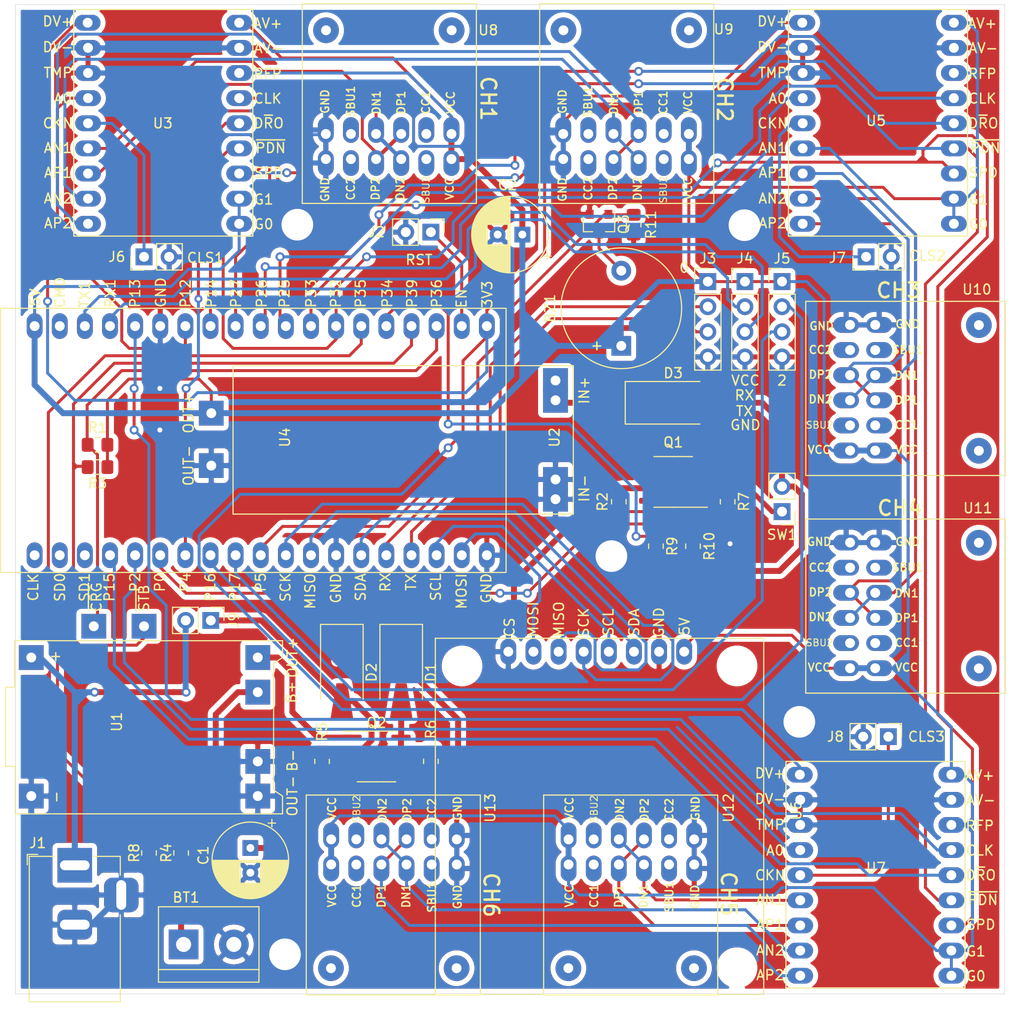
<source format=kicad_pcb>
(kicad_pcb (version 20171130) (host pcbnew "(5.1.9)-1")
  (layers (0 F.Cu signal) (31 B.Cu signal) (34 B.Paste user) (35 F.Paste user) (36 B.SilkS user) (37 F.SilkS user) (38 B.Mask user) (39 F.Mask user) (44 Edge.Cuts user))
  (net 0 "")
  (net 1 VCC_B)
  (net 2 GND)
  (net 3 VCC)
  (net 4 "Net-(BZ1-Pad2)")
  (net 5 VCC_1)
  (net 6 "Net-(D1-Pad2)")
  (net 7 5V)
  (net 8 VCC_2)
  (net 9 "Net-(D3-Pad2)")
  (net 10 EN)
  (net 11 RXD0)
  (net 12 TXD0)
  (net 13 RXD1)
  (net 14 TXD1)
  (net 15 TXD2)
  (net 16 RXD2)
  (net 17 CLKIN_1)
  (net 18 CLKIN_2)
  (net 19 CLKIN_3)
  (net 20 "Net-(Q1-Pad4)")
  (net 21 VCC_B1)
  (net 22 VCC_CNTRL)
  (net 23 BUZZ)
  (net 24 ~CHRG)
  (net 25 ~STDBY)
  (net 26 VCC_B_SENSE)
  (net 27 VCC_SENSE)
  (net 28 SPEED)
  (net 29 ~PWDN)
  (net 30 DATA_1)
  (net 31 SCLK_1)
  (net 32 3V3)
  (net 33 A0_1)
  (net 34 AINN1_1)
  (net 35 AINP1_1)
  (net 36 AINN2_1)
  (net 37 AINP2_1)
  (net 38 SCLK_2)
  (net 39 DATA_2)
  (net 40 A0_2)
  (net 41 SCLK_3)
  (net 42 "Net-(U4-Pad18)")
  (net 43 "Net-(U4-Pad20)")
  (net 44 "Net-(U4-Pad21)")
  (net 45 "Net-(U4-Pad22)")
  (net 46 DATA_3)
  (net 47 A0_3)
  (net 48 SCK)
  (net 49 MISO)
  (net 50 SDA)
  (net 51 SCL)
  (net 52 MOSI)
  (net 53 AINN1_2)
  (net 54 AINP1_2)
  (net 55 AINN2_2)
  (net 56 AINP2_2)
  (net 57 AINP2_3)
  (net 58 AINN2_3)
  (net 59 AINP1_3)
  (net 60 AINN1_3)
  (net 61 "Net-(U8-Pad2)")
  (net 62 "Net-(U8-Pad5)")
  (net 63 "Net-(U8-Pad8)")
  (net 64 "Net-(U8-Pad11)")
  (net 65 "Net-(U9-Pad11)")
  (net 66 "Net-(U9-Pad8)")
  (net 67 "Net-(U9-Pad5)")
  (net 68 "Net-(U9-Pad2)")
  (net 69 "Net-(U10-Pad2)")
  (net 70 "Net-(U10-Pad5)")
  (net 71 "Net-(U10-Pad8)")
  (net 72 "Net-(U10-Pad11)")
  (net 73 "Net-(U11-Pad11)")
  (net 74 "Net-(U11-Pad8)")
  (net 75 "Net-(U11-Pad5)")
  (net 76 "Net-(U11-Pad2)")
  (net 77 "Net-(U12-Pad2)")
  (net 78 "Net-(U12-Pad5)")
  (net 79 "Net-(U12-Pad8)")
  (net 80 "Net-(U12-Pad11)")
  (net 81 "Net-(U13-Pad11)")
  (net 82 "Net-(U13-Pad8)")
  (net 83 "Net-(U13-Pad5)")
  (net 84 "Net-(U13-Pad2)")
  (net 85 "Net-(J1-Pad1)")
  (module Package_TO_SOT_SMD:SOT-23 (layer F.Cu) (at 159 72.2 270)
    (fp_text reference Q3 (at 0 -2.5 90) (layer F.SilkS))
    (fp_text value BSS138)
    (pad 3 smd rect (at 1 0 270) (size 0.9 0.8) (layers F.Cu F.Paste F.Mask) (net 4 "Net-(BZ1-Pad2)"))
    (pad 2 smd rect (at -1 0.95 270) (size 0.9 0.8) (layers F.Cu F.Paste F.Mask) (net 2 GND))
    (pad 1 smd rect (at -1 -0.95 270) (size 0.9 0.8) (layers F.Cu F.Paste F.Mask) (net 23 BUZZ))
  )
  (module "DIY-Board:esp wroom 32 board" (layer F.Cu) (at 125 94 270)
    (fp_text reference U4 (at -0.25 -2.25 270) (layer F.SilkS))
    (fp_text value ESPWROOM32)
    (fp_text user 3V3 (at -14.7 -22.7 90) (layer F.SilkS))
    (fp_text user EN (at -14.3 -20.1 270) (layer F.SilkS))
    (fp_text user P36 (at -14.8 -17.6 270) (layer F.SilkS))
    (fp_text user P39 (at -14.8 -15.1 270) (layer F.SilkS))
    (fp_text user P34 (at -14.8 -12.6 270) (layer F.SilkS))
    (fp_text user P35 (at -14.8 -9.9 270) (layer F.SilkS))
    (fp_text user P32 (at -14.8 -7.4 270) (layer F.SilkS))
    (fp_text user P33 (at -14.8 -4.9 270) (layer F.SilkS))
    (fp_text user P25 (at -14.8 -2.2 270) (layer F.SilkS))
    (fp_text user P26 (at -14.8 0.1 270) (layer F.SilkS))
    (fp_text user P27 (at -14.8 2.7 270) (layer F.SilkS))
    (fp_text user P14 (at -14.8 5.2 270) (layer F.SilkS))
    (fp_text user P12 (at -14.8 7.8 270) (layer F.SilkS))
    (fp_text user GND (at -14.9 10.3 270) (layer F.SilkS))
    (fp_text user P13 (at -14.8 12.9 270) (layer F.SilkS))
    (fp_text user RX1 (at -14.8 15.4 270) (layer F.SilkS))
    (fp_text user TX1 (at -14.7 18 270) (layer F.SilkS))
    (fp_text user CMD (at -14.9 20.5 270) (layer F.SilkS))
    (fp_text user 5V (at -14.4 23 270) (layer F.SilkS))
    (fp_text user CLK (at 14.9 23.2 270) (layer F.SilkS))
    (fp_text user SD0 (at 14.9 20.5 270) (layer F.SilkS))
    (fp_text user SD1 (at 14.9 18 270) (layer F.SilkS))
    (fp_text user P15 (at 14.9 15.5 270) (layer F.SilkS))
    (fp_text user P2 (at 14.4 12.9 270) (layer F.SilkS))
    (fp_text user P0 (at 14.4 10.4 270) (layer F.SilkS))
    (fp_text user P4 (at 14.4 7.8 270) (layer F.SilkS))
    (fp_text user P16 (at 14.9 5.3 270) (layer F.SilkS))
    (fp_text user P17 (at 14.9 2.8 270) (layer F.SilkS))
    (fp_text user P5 (at 14.4 0.2 270) (layer F.SilkS))
    (fp_text user SCK (at 14.9 -2.3 270) (layer F.SilkS))
    (fp_text user MISO (at 15.3 -4.8 270) (layer F.SilkS))
    (fp_text user GND (at 15 -7.4 270) (layer F.SilkS))
    (fp_text user SDA (at 14.9 -9.9 270) (layer F.SilkS))
    (fp_text user RX (at 14.4 -12.4 270) (layer F.SilkS))
    (fp_text user TX (at 14.4 -15 270) (layer F.SilkS))
    (fp_text user SCL (at 14.9 -17.5 270) (layer F.SilkS))
    (fp_text user MOSI (at 15.3 -20.1 270) (layer F.SilkS))
    (fp_text user GND (at 15 -22.6 270) (layer F.SilkS))
    (pad 1 thru_hole oval (at -11.5 -22.66 270) (size 2.6 1.6) (drill 1) (layers *.Cu *.Mask) (net 32 3V3))
    (pad 2 thru_hole oval (at -11.5 -20.12 270) (size 2.6 1.6) (drill 1) (layers *.Cu *.Mask) (net 10 EN))
    (pad 3 thru_hole oval (at -11.5 -17.58 270) (size 2.6 1.6) (drill 1) (layers *.Cu *.Mask) (net 24 ~CHRG))
    (pad 4 thru_hole oval (at -11.5 -15.04 270) (size 2.6 1.6) (drill 1) (layers *.Cu *.Mask) (net 25 ~STDBY))
    (pad 5 thru_hole oval (at -11.5 -12.5 270) (size 2.6 1.6) (drill 1) (layers *.Cu *.Mask) (net 27 VCC_SENSE))
    (pad 6 thru_hole oval (at -11.5 -9.96 270) (size 2.6 1.6) (drill 1) (layers *.Cu *.Mask) (net 26 VCC_B_SENSE))
    (pad 7 thru_hole oval (at -11.5 -7.42 270) (size 2.6 1.6) (drill 1) (layers *.Cu *.Mask) (net 29 ~PWDN))
    (pad 8 thru_hole oval (at -11.5 -4.88 270) (size 2.6 1.6) (drill 1) (layers *.Cu *.Mask) (net 38 SCLK_2))
    (pad 9 thru_hole oval (at -11.5 -2.34 270) (size 2.6 1.6) (drill 1) (layers *.Cu *.Mask) (net 39 DATA_2))
    (pad 10 thru_hole oval (at -11.5 0.2 270) (size 2.6 1.6) (drill 1) (layers *.Cu *.Mask) (net 40 A0_2))
    (pad 11 thru_hole oval (at -11.5 2.74 270) (size 2.6 1.6) (drill 1) (layers *.Cu *.Mask) (net 31 SCLK_1))
    (pad 12 thru_hole oval (at -11.5 5.28 270) (size 2.6 1.6) (drill 1) (layers *.Cu *.Mask) (net 30 DATA_1))
    (pad 13 thru_hole oval (at -11.5 7.82 270) (size 2.6 1.6) (drill 1) (layers *.Cu *.Mask) (net 33 A0_1))
    (pad 14 thru_hole oval (at -11.5 10.36 270) (size 2.6 1.6) (drill 1) (layers *.Cu *.Mask) (net 2 GND))
    (pad 15 thru_hole oval (at -11.5 12.9 270) (size 2.6 1.6) (drill 1) (layers *.Cu *.Mask) (net 41 SCLK_3))
    (pad 16 thru_hole oval (at -11.5 15.44 270) (size 2.6 1.6) (drill 1) (layers *.Cu *.Mask) (net 13 RXD1))
    (pad 17 thru_hole oval (at -11.5 17.98 270) (size 2.6 1.6) (drill 1) (layers *.Cu *.Mask) (net 14 TXD1))
    (pad 18 thru_hole oval (at -11.5 20.52 270) (size 2.6 1.6) (drill 1) (layers *.Cu *.Mask) (net 42 "Net-(U4-Pad18)"))
    (pad 19 thru_hole oval (at -11.5 23.06 270) (size 2.6 1.6) (drill 1) (layers *.Cu *.Mask) (net 3 VCC))
    (pad 20 thru_hole oval (at 11.66 23.06 270) (size 2.6 1.6) (drill 1) (layers *.Cu *.Mask) (net 43 "Net-(U4-Pad20)"))
    (pad 21 thru_hole oval (at 11.66 20.52 270) (size 2.6 1.6) (drill 1) (layers *.Cu *.Mask) (net 44 "Net-(U4-Pad21)"))
    (pad 22 thru_hole oval (at 11.66 17.98 270) (size 2.6 1.6) (drill 1) (layers *.Cu *.Mask) (net 45 "Net-(U4-Pad22)"))
    (pad 23 thru_hole oval (at 11.66 15.44 270) (size 2.6 1.6) (drill 1) (layers *.Cu *.Mask) (net 46 DATA_3))
    (pad 24 thru_hole oval (at 11.66 12.9 270) (size 2.6 1.6) (drill 1) (layers *.Cu *.Mask) (net 47 A0_3))
    (pad 25 thru_hole oval (at 11.66 10.36 270) (size 2.6 1.6) (drill 1) (layers *.Cu *.Mask) (net 22 VCC_CNTRL))
    (pad 26 thru_hole oval (at 11.66 7.82 270) (size 2.6 1.6) (drill 1) (layers *.Cu *.Mask) (net 28 SPEED))
    (pad 27 thru_hole oval (at 11.66 5.28 270) (size 2.6 1.6) (drill 1) (layers *.Cu *.Mask) (net 16 RXD2))
    (pad 28 thru_hole oval (at 11.66 2.74 270) (size 2.6 1.6) (drill 1) (layers *.Cu *.Mask) (net 15 TXD2))
    (pad 29 thru_hole oval (at 11.66 0.2 270) (size 2.6 1.6) (drill 1) (layers *.Cu *.Mask) (net 23 BUZZ))
    (pad 30 thru_hole oval (at 11.66 -2.34 270) (size 2.6 1.6) (drill 1) (layers *.Cu *.Mask) (net 48 SCK))
    (pad 31 thru_hole oval (at 11.66 -4.88 270) (size 2.6 1.6) (drill 1) (layers *.Cu *.Mask) (net 49 MISO))
    (pad 32 thru_hole oval (at 11.66 -7.42 270) (size 2.6 1.6) (drill 1) (layers *.Cu *.Mask) (net 2 GND))
    (pad 33 thru_hole oval (at 11.66 -9.96 270) (size 2.6 1.6) (drill 1) (layers *.Cu *.Mask) (net 50 SDA))
    (pad 34 thru_hole oval (at 11.66 -12.5 270) (size 2.6 1.6) (drill 1) (layers *.Cu *.Mask) (net 11 RXD0))
    (pad 35 thru_hole oval (at 11.66 -15.04 270) (size 2.6 1.6) (drill 1) (layers *.Cu *.Mask) (net 12 TXD0))
    (pad 36 thru_hole oval (at 11.66 -17.58 270) (size 2.6 1.6) (drill 1) (layers *.Cu *.Mask) (net 51 SCL))
    (pad 37 thru_hole oval (at 11.66 -20.12 270) (size 2.6 1.6) (drill 1) (layers *.Cu *.Mask) (net 52 MOSI))
    (pad 38 thru_hole oval (at 11.66 -22.66 270) (size 2.6 1.6) (drill 1) (layers *.Cu *.Mask) (net 2 GND))
  )
  (module "DIY-Board:Type C Converter" (layer F.Cu) (at 163 58 270)
    (fp_text reference U9 (at -5.5 -8.6) (layer F.SilkS))
    (fp_text value USB_Type_C)
    (fp_text user CC2 (at 10.6 5.1 90) (layer F.SilkS) (effects (font (size 0.8 0.8))))
    (fp_text user DP2 (at 10.6 2.6 90) (layer F.SilkS) (effects (font (size 0.8 0.8))))
    (fp_text user DN2 (at 10.6 0.1 90) (layer F.SilkS) (effects (font (size 0.8 0.8))))
    (fp_text user VCC (at 1.9 -5 270) (layer F.SilkS) (effects (font (size 0.8 0.8))))
    (fp_text user SBU2 (at 10.7 -2.5 90) (layer F.SilkS) (effects (font (size 0.7 0.7) (thickness 0.1))))
    (fp_text user GND (at 1.8 7.7 270) (layer F.SilkS) (effects (font (size 0.8 0.8))))
    (fp_text user GND (at 10.7 7.7 90) (layer F.SilkS) (effects (font (size 0.8 0.8))))
    (fp_text user SBU1 (at 1.8 5.1 90) (layer F.SilkS) (effects (font (size 0.8 0.8))))
    (fp_text user DN1 (at 1.9 2.5 90) (layer F.SilkS) (effects (font (size 0.8 0.8))))
    (fp_text user DP1 (at 1.9 0 270) (layer F.SilkS) (effects (font (size 0.8 0.8))))
    (fp_text user CC1 (at 1.9 -2.5 90) (layer F.SilkS) (effects (font (size 0.8 0.8))))
    (fp_text user VCC (at 10.6 -5 90) (layer F.SilkS) (effects (font (size 0.8 0.8))))
    (pad "" np_thru_hole circle (at -5.4 7.6 270) (size 2.6 2.6) (drill 1) (layers *.Cu *.Mask))
    (pad "" np_thru_hole circle (at -5.4 -5.1 270) (size 2.6 2.6) (drill 1) (layers *.Cu *.Mask))
    (pad 12 thru_hole oval (at 7.62 -5.08 270) (size 2.6 1.6) (drill 1 (offset 0.4 0)) (layers *.Cu *.Mask) (net 3 VCC))
    (pad 11 thru_hole oval (at 7.62 -2.54 270) (size 2.6 1.6) (drill 1 (offset 0.4 0)) (layers *.Cu *.Mask) (net 65 "Net-(U9-Pad11)"))
    (pad 10 thru_hole oval (at 7.62 0 270) (size 2.6 1.6) (drill 1 (offset 0.4 0)) (layers *.Cu *.Mask) (net 36 AINN2_1))
    (pad 9 thru_hole oval (at 7.62 2.54 270) (size 2.6 1.6) (drill 1 (offset 0.4 0)) (layers *.Cu *.Mask) (net 37 AINP2_1))
    (pad 8 thru_hole oval (at 7.62 5.08 270) (size 2.6 1.6) (drill 1 (offset 0.4 0)) (layers *.Cu *.Mask) (net 66 "Net-(U9-Pad8)"))
    (pad 7 thru_hole oval (at 7.62 7.62 270) (size 2.6 1.6) (drill 1 (offset 0.4 0)) (layers *.Cu *.Mask) (net 2 GND))
    (pad 6 thru_hole oval (at 5.08 7.62 90) (size 2.6 1.6) (drill 1 (offset 0.4 0)) (layers *.Cu *.Mask) (net 2 GND))
    (pad 5 thru_hole oval (at 5.08 5.08 90) (size 2.6 1.6) (drill 1 (offset 0.4 0)) (layers *.Cu *.Mask) (net 67 "Net-(U9-Pad5)"))
    (pad 4 thru_hole oval (at 5.08 2.54 90) (size 2.6 1.6) (drill 1 (offset 0.4 0)) (layers *.Cu *.Mask) (net 36 AINN2_1))
    (pad 3 thru_hole oval (at 5.08 0 90) (size 2.6 1.6) (drill 1 (offset 0.4 0)) (layers *.Cu *.Mask) (net 37 AINP2_1))
    (pad 2 thru_hole oval (at 5.08 -2.54 90) (size 2.6 1.6) (drill 1 (offset 0.4 0)) (layers *.Cu *.Mask) (net 68 "Net-(U9-Pad2)"))
    (pad 1 thru_hole oval (at 5.08 -5.08 90) (size 2.6 1.6) (drill 1 (offset 0.4 0)) (layers *.Cu *.Mask) (net 3 VCC))
  )
  (module "DIY-Board:Type C Converter" (layer F.Cu) (at 139 58 270)
    (fp_text reference U8 (at -5.4 -8.8) (layer F.SilkS))
    (fp_text value USB_Type_C)
    (fp_text user CC2 (at 10.6 5.1 270) (layer F.SilkS) (effects (font (size 0.8 0.8))))
    (fp_text user DP2 (at 10.6 2.6 270) (layer F.SilkS) (effects (font (size 0.8 0.8))))
    (fp_text user DN2 (at 10.6 0.1 270) (layer F.SilkS) (effects (font (size 0.8 0.8))))
    (fp_text user VCC (at 10.6 -4.9 270) (layer F.SilkS) (effects (font (size 0.8 0.8))))
    (fp_text user SBU2 (at 10.7 -2.5 270) (layer F.SilkS) (effects (font (size 0.7 0.7) (thickness 0.1))))
    (fp_text user GND (at 10.7 7.7 270) (layer F.SilkS) (effects (font (size 0.8 0.8))))
    (fp_text user GND (at 1.8 7.7 270) (layer F.SilkS) (effects (font (size 0.8 0.8))))
    (fp_text user SBU1 (at 1.8 5.1 270) (layer F.SilkS) (effects (font (size 0.8 0.8))))
    (fp_text user DN1 (at 1.9 2.5 270) (layer F.SilkS) (effects (font (size 0.8 0.8))))
    (fp_text user DP1 (at 1.9 0 270) (layer F.SilkS) (effects (font (size 0.8 0.8))))
    (fp_text user CC1 (at 1.9 -2.5 270) (layer F.SilkS) (effects (font (size 0.8 0.8))))
    (fp_text user VCC (at 1.9 -5 270) (layer F.SilkS) (effects (font (size 0.8 0.8))))
    (pad "" np_thru_hole circle (at -5.4 7.6 270) (size 2.6 2.6) (drill 1) (layers *.Cu *.Mask))
    (pad "" np_thru_hole circle (at -5.4 -5.1 270) (size 2.6 2.6) (drill 1) (layers *.Cu *.Mask))
    (pad 12 thru_hole oval (at 7.62 -5.08 270) (size 2.6 1.6) (drill 1 (offset 0.4 0)) (layers *.Cu *.Mask) (net 3 VCC))
    (pad 11 thru_hole oval (at 7.62 -2.54 270) (size 2.6 1.6) (drill 1 (offset 0.4 0)) (layers *.Cu *.Mask) (net 64 "Net-(U8-Pad11)"))
    (pad 10 thru_hole oval (at 7.62 0 270) (size 2.6 1.6) (drill 1 (offset 0.4 0)) (layers *.Cu *.Mask) (net 34 AINN1_1))
    (pad 9 thru_hole oval (at 7.62 2.54 270) (size 2.6 1.6) (drill 1 (offset 0.4 0)) (layers *.Cu *.Mask) (net 35 AINP1_1))
    (pad 8 thru_hole oval (at 7.62 5.08 270) (size 2.6 1.6) (drill 1 (offset 0.4 0)) (layers *.Cu *.Mask) (net 63 "Net-(U8-Pad8)"))
    (pad 7 thru_hole oval (at 7.62 7.62 270) (size 2.6 1.6) (drill 1 (offset 0.4 0)) (layers *.Cu *.Mask) (net 2 GND))
    (pad 6 thru_hole oval (at 5.08 7.62 90) (size 2.6 1.6) (drill 1 (offset 0.4 0)) (layers *.Cu *.Mask) (net 2 GND))
    (pad 5 thru_hole oval (at 5.08 5.08 90) (size 2.6 1.6) (drill 1 (offset 0.4 0)) (layers *.Cu *.Mask) (net 62 "Net-(U8-Pad5)"))
    (pad 4 thru_hole oval (at 5.08 2.54 90) (size 2.6 1.6) (drill 1 (offset 0.4 0)) (layers *.Cu *.Mask) (net 34 AINN1_1))
    (pad 3 thru_hole oval (at 5.08 0 90) (size 2.6 1.6) (drill 1 (offset 0.4 0)) (layers *.Cu *.Mask) (net 35 AINP1_1))
    (pad 2 thru_hole oval (at 5.08 -2.54 90) (size 2.6 1.6) (drill 1 (offset 0.4 0)) (layers *.Cu *.Mask) (net 61 "Net-(U8-Pad2)"))
    (pad 1 thru_hole oval (at 5.08 -5.08 90) (size 2.6 1.6) (drill 1 (offset 0.4 0)) (layers *.Cu *.Mask) (net 3 VCC))
  )
  (module Connector_PinHeader_2.54mm:PinHeader_1x02_P2.54mm_Vertical (layer F.Cu) (at 119.75 112.25 270)
    (fp_text reference J9 (at 0 -2.33 90) (layer F.SilkS))
    (fp_text value Conn_01x02)
    (pad 2 thru_hole oval (at 0 2.54 270) (size 1.7 1.7) (drill 1) (layers *.Cu *.Mask) (net 85 "Net-(J1-Pad1)"))
    (pad 1 thru_hole rect (at 0 0 270) (size 1.7 1.7) (drill 1) (layers *.Cu *.Mask) (net 7 5V))
  )
  (module "DIY-Board:Li-ion ic charger" (layer F.Cu) (at 113 123 90)
    (fp_text reference U1 (at 0.5 -2.75 90) (layer F.SilkS))
    (fp_text value TP-4056)
    (fp_text user ~STB (at 13 0 90) (layer F.SilkS))
    (fp_text user ~CRG (at 13.1 -4.8 90) (layer F.SilkS))
    (fp_text user OUT- (at -7 15 90) (layer F.SilkS))
    (fp_text user OUT+ (at 7 15 90) (layer F.SilkS))
    (fp_text user B+ (at 3.5 14.9 90) (layer F.SilkS))
    (fp_text user B- (at -3.4 15 90) (layer F.SilkS))
    (fp_text user - (at -7.1 -8.9 90) (layer F.SilkS))
    (fp_text user + (at 7.1 -9 90) (layer F.SilkS))
    (pad 7 thru_hole rect (at 10.16 0 90) (size 2.5 2.5) (drill 1) (layers *.Cu *.Mask) (net 25 ~STDBY))
    (pad 8 thru_hole rect (at 10.16 -5.08 90) (size 2.5 2.5) (drill 1) (layers *.Cu *.Mask) (net 24 ~CHRG))
    (pad 1 thru_hole rect (at 7 11.5 90) (size 2.5 2.5) (drill 1) (layers *.Cu *.Mask) (net 21 VCC_B1))
    (pad 2 thru_hole rect (at 3.5 11.5 90) (size 2.5 2.5) (drill 1) (layers *.Cu *.Mask) (net 1 VCC_B))
    (pad 3 thru_hole rect (at -3.5 11.5 90) (size 2.5 2.5) (drill 1) (layers *.Cu *.Mask) (net 2 GND))
    (pad 4 thru_hole rect (at -7 11.5 90) (size 2.5 2.5) (drill 1) (layers *.Cu *.Mask) (net 2 GND))
    (pad 6 thru_hole rect (at 7 -11.4 90) (size 2.5 2.5) (drill 1) (layers *.Cu *.Mask) (net 85 "Net-(J1-Pad1)"))
    (pad 5 thru_hole rect (at -7 -11.4 90) (size 2.5 2.5) (drill 1) (layers *.Cu *.Mask) (net 2 GND))
  )
  (module "DIY-Board:Type C Converter" (layer F.Cu) (at 192 112 180)
    (fp_text reference U11 (at -5.3 11.1 180) (layer F.SilkS))
    (fp_text value USB_Type_C)
    (fp_text user CC2 (at 10.6 5.1) (layer F.SilkS) (effects (font (size 0.8 0.8))))
    (fp_text user DP2 (at 10.6 2.6) (layer F.SilkS) (effects (font (size 0.8 0.8))))
    (fp_text user DN2 (at 10.6 0.1) (layer F.SilkS) (effects (font (size 0.8 0.8))))
    (fp_text user VCC (at 10.75 -5) (layer F.SilkS) (effects (font (size 0.8 0.8))))
    (fp_text user SBU2 (at 10.7 -2.5) (layer F.SilkS) (effects (font (size 0.7 0.7) (thickness 0.1))))
    (fp_text user GND (at 10.75 7.7) (layer F.SilkS) (effects (font (size 0.8 0.8))))
    (fp_text user GND (at 1.8 7.7) (layer F.SilkS) (effects (font (size 0.8 0.8))))
    (fp_text user SBU1 (at 1.8 5.1) (layer F.SilkS) (effects (font (size 0.8 0.8))))
    (fp_text user DN1 (at 1.9 2.5) (layer F.SilkS) (effects (font (size 0.8 0.8))))
    (fp_text user DP1 (at 1.9 0) (layer F.SilkS) (effects (font (size 0.8 0.8))))
    (fp_text user CC1 (at 1.9 -2.5) (layer F.SilkS) (effects (font (size 0.8 0.8))))
    (fp_text user VCC (at 1.9 -5) (layer F.SilkS) (effects (font (size 0.8 0.8))))
    (pad "" np_thru_hole circle (at -5.4 7.6 180) (size 2.6 2.6) (drill 1) (layers *.Cu *.Mask))
    (pad "" np_thru_hole circle (at -5.4 -5.1 180) (size 2.6 2.6) (drill 1) (layers *.Cu *.Mask))
    (pad 12 thru_hole oval (at 7.62 -5.08 180) (size 2.6 1.6) (drill 1 (offset 0.4 0)) (layers *.Cu *.Mask) (net 3 VCC))
    (pad 11 thru_hole oval (at 7.62 -2.54 180) (size 2.6 1.6) (drill 1 (offset 0.4 0)) (layers *.Cu *.Mask) (net 73 "Net-(U11-Pad11)"))
    (pad 10 thru_hole oval (at 7.62 0 180) (size 2.6 1.6) (drill 1 (offset 0.4 0)) (layers *.Cu *.Mask) (net 55 AINN2_2))
    (pad 9 thru_hole oval (at 7.62 2.54 180) (size 2.6 1.6) (drill 1 (offset 0.4 0)) (layers *.Cu *.Mask) (net 56 AINP2_2))
    (pad 8 thru_hole oval (at 7.62 5.08 180) (size 2.6 1.6) (drill 1 (offset 0.4 0)) (layers *.Cu *.Mask) (net 74 "Net-(U11-Pad8)"))
    (pad 7 thru_hole oval (at 7.62 7.62 180) (size 2.6 1.6) (drill 1 (offset 0.4 0)) (layers *.Cu *.Mask) (net 2 GND))
    (pad 6 thru_hole oval (at 5.08 7.62) (size 2.6 1.6) (drill 1 (offset 0.4 0)) (layers *.Cu *.Mask) (net 2 GND))
    (pad 5 thru_hole oval (at 5.08 5.08) (size 2.6 1.6) (drill 1 (offset 0.4 0)) (layers *.Cu *.Mask) (net 75 "Net-(U11-Pad5)"))
    (pad 4 thru_hole oval (at 5.08 2.54) (size 2.6 1.6) (drill 1 (offset 0.4 0)) (layers *.Cu *.Mask) (net 55 AINN2_2))
    (pad 3 thru_hole oval (at 5.08 0) (size 2.6 1.6) (drill 1 (offset 0.4 0)) (layers *.Cu *.Mask) (net 56 AINP2_2))
    (pad 2 thru_hole oval (at 5.08 -2.54) (size 2.6 1.6) (drill 1 (offset 0.4 0)) (layers *.Cu *.Mask) (net 76 "Net-(U11-Pad2)"))
    (pad 1 thru_hole oval (at 5.08 -5.08) (size 2.6 1.6) (drill 1 (offset 0.4 0)) (layers *.Cu *.Mask) (net 3 VCC))
  )
  (module DIY-Board:wcmcu-ads1232 (layer F.Cu) (at 187.25 62 180)
    (fp_text reference U5 (at 0.25 0.25) (layer F.SilkS))
    (fp_text value WCMCU-ADS1232)
    (fp_text user AP2 (at 10.7 -10.1) (layer F.SilkS))
    (fp_text user AN2 (at 10.7 -7.6) (layer F.SilkS))
    (fp_text user AP1 (at 10.7 -5) (layer F.SilkS))
    (fp_text user AN1 (at 10.7 -2.5) (layer F.SilkS))
    (fp_text user CKN (at 10.7 0) (layer F.SilkS))
    (fp_text user A0 (at 10.2 2.5) (layer F.SilkS))
    (fp_text user TMP (at 10.7 5.1) (layer F.SilkS))
    (fp_text user DV- (at 10.7 7.7) (layer F.SilkS))
    (fp_text user DV+ (at 10.7 10.3) (layer F.SilkS))
    (fp_text user AV+ (at -10.5 10.1) (layer F.SilkS))
    (fp_text user AV- (at -10.6 7.6) (layer F.SilkS))
    (fp_text user RFP (at -10.5 5) (layer F.SilkS))
    (fp_text user CLK (at -10.5 2.5) (layer F.SilkS))
    (fp_text user D~R~O (at -10.6 0) (layer F.SilkS))
    (fp_text user ~PDN (at -10.8 -2.5) (layer F.SilkS))
    (fp_text user SPD (at -10.6 -5) (layer F.SilkS))
    (fp_text user G1 (at -10.1 -7.7) (layer F.SilkS))
    (fp_text user G0 (at -10.1 -10.2) (layer F.SilkS))
    (pad 18 thru_hole oval (at 7.66 -10.16 180) (size 2.6 1.6) (drill 1) (layers *.Cu *.Mask) (net 56 AINP2_2))
    (pad 17 thru_hole oval (at 7.66 -7.62 180) (size 2.6 1.6) (drill 1) (layers *.Cu *.Mask) (net 55 AINN2_2))
    (pad 16 thru_hole oval (at 7.66 -5.08 180) (size 2.6 1.6) (drill 1) (layers *.Cu *.Mask) (net 54 AINP1_2))
    (pad 15 thru_hole oval (at 7.66 -2.54 180) (size 2.6 1.6) (drill 1) (layers *.Cu *.Mask) (net 53 AINN1_2))
    (pad 14 thru_hole oval (at 7.66 0 180) (size 2.6 1.6) (drill 1) (layers *.Cu *.Mask) (net 18 CLKIN_2))
    (pad 13 thru_hole oval (at 7.66 2.54 180) (size 2.6 1.6) (drill 1) (layers *.Cu *.Mask) (net 40 A0_2))
    (pad 12 thru_hole oval (at 7.66 5.08 180) (size 2.6 1.6) (drill 1) (layers *.Cu *.Mask) (net 2 GND))
    (pad 11 thru_hole oval (at 7.66 7.62 180) (size 2.6 1.6) (drill 1) (layers *.Cu *.Mask) (net 2 GND))
    (pad 10 thru_hole oval (at 7.7 10.16 180) (size 2.6 1.6) (drill 1) (layers *.Cu *.Mask) (net 32 3V3))
    (pad 9 thru_hole oval (at -7.62 10.16 180) (size 2.6 1.6) (drill 1) (layers *.Cu *.Mask) (net 3 VCC))
    (pad 8 thru_hole oval (at -7.62 7.62 180) (size 2.6 1.6) (drill 1) (layers *.Cu *.Mask) (net 2 GND))
    (pad 7 thru_hole oval (at -7.62 5.08 180) (size 2.6 1.6) (drill 1) (layers *.Cu *.Mask) (net 3 VCC))
    (pad 6 thru_hole oval (at -7.62 2.54 180) (size 2.6 1.6) (drill 1) (layers *.Cu *.Mask) (net 38 SCLK_2))
    (pad 5 thru_hole oval (at -7.62 0 180) (size 2.6 1.6) (drill 1) (layers *.Cu *.Mask) (net 39 DATA_2))
    (pad 4 thru_hole oval (at -7.62 -2.54 180) (size 2.6 1.6) (drill 1) (layers *.Cu *.Mask) (net 29 ~PWDN))
    (pad 3 thru_hole oval (at -7.62 -5.08 180) (size 2.6 1.6) (drill 1) (layers *.Cu *.Mask) (net 28 SPEED))
    (pad 2 thru_hole oval (at -7.62 -7.62 180) (size 2.6 1.6) (drill 1) (layers *.Cu *.Mask) (net 3 VCC))
    (pad 1 thru_hole oval (at -7.62 -10.16 180) (size 2.6 1.6) (drill 1) (layers *.Cu *.Mask) (net 3 VCC))
  )
  (module Connector_BarrelJack:BarrelJack_Horizontal (layer F.Cu) (at 106 137 90)
    (fp_text reference J1 (at 2.25 -3.75) (layer F.SilkS))
    (fp_text value Barrel_Jack_Switch)
    (pad 3 thru_hole roundrect (at -3 4.7 90) (size 3.5 3.5) (drill oval 3 1) (layers *.Cu *.Mask) (net 2 GND))
    (pad 2 thru_hole roundrect (at -6 0 90) (size 3 3.5) (drill oval 1 3) (layers *.Cu *.Mask) (net 2 GND))
    (pad 1 thru_hole rect (at 0 0 90) (size 3.5 3.5) (drill oval 1 3) (layers *.Cu *.Mask) (net 85 "Net-(J1-Pad1)"))
  )
  (module "DIY-Board:Datalogging board" (layer F.Cu) (at 158.75 131.75 270)
    (fp_text reference U6 (at -0.3 -20.2 90) (layer F.SilkS))
    (fp_text value DataLoggingBoard)
    (fp_text user CS (at -18.8 8.8 90) (layer F.SilkS))
    (fp_text user MOSI (at -19.6 6.4 90) (layer F.SilkS))
    (fp_text user MISO (at -19.6 3.8 90) (layer F.SilkS))
    (fp_text user SCK (at -19.3 1.3 90) (layer F.SilkS))
    (fp_text user SCL (at -19.3 -1.2 90) (layer F.SilkS))
    (fp_text user SDA (at -19.3 -3.8 90) (layer F.SilkS))
    (fp_text user GND (at -19.3 -6.3 90) (layer F.SilkS))
    (fp_text user 5V (at -18.9 -8.9 90) (layer F.SilkS))
    (pad "" np_thru_hole circle (at 15.6 -14.2 270) (size 3.1 3.1) (drill 3.1) (layers *.Cu *.Mask))
    (pad "" np_thru_hole circle (at -14.9 13.6 270) (size 3.1 3.1) (drill 3.1) (layers *.Cu *.Mask))
    (pad "" np_thru_hole circle (at -14.9 -14.2 270) (size 3.1 3.1) (drill 3.1) (layers *.Cu *.Mask))
    (pad 8 thru_hole oval (at -16.34 8.92 270) (size 2.6 1.6) (drill 1) (layers *.Cu *.Mask) (net 2 GND))
    (pad 7 thru_hole oval (at -16.34 6.38 270) (size 2.6 1.6) (drill 1) (layers *.Cu *.Mask) (net 52 MOSI))
    (pad 6 thru_hole oval (at -16.34 3.84 270) (size 2.6 1.6) (drill 1) (layers *.Cu *.Mask) (net 49 MISO))
    (pad 5 thru_hole oval (at -16.34 1.3 270) (size 2.6 1.6) (drill 1) (layers *.Cu *.Mask) (net 48 SCK))
    (pad 4 thru_hole oval (at -16.34 -1.24 270) (size 2.6 1.6) (drill 1) (layers *.Cu *.Mask) (net 51 SCL))
    (pad 3 thru_hole oval (at -16.34 -3.78 270) (size 2.6 1.6) (drill 1) (layers *.Cu *.Mask) (net 50 SDA))
    (pad 2 thru_hole oval (at -16.34 -6.32 270) (size 2.6 1.6) (drill 1) (layers *.Cu *.Mask) (net 2 GND))
    (pad 1 thru_hole oval (at -16.34 -8.86 270) (size 2.6 1.6) (drill 1) (layers *.Cu *.Mask) (net 3 VCC))
  )
  (module TerminalBlock:TerminalBlock_bornier-2_P5.08mm (layer F.Cu) (at 117 145)
    (fp_text reference BT1 (at 0.25 -4.75) (layer F.SilkS))
    (fp_text value "18650 Li-ion")
    (pad 2 thru_hole circle (at 5.08 0) (size 3 3) (drill 1.52) (layers *.Cu *.Mask) (net 2 GND))
    (pad 1 thru_hole rect (at 0 0) (size 3 3) (drill 1.52) (layers *.Cu *.Mask) (net 1 VCC_B))
  )
  (module Buzzer_Beeper:Buzzer_12x9.5RM7.6 (layer F.Cu) (at 161.25 84.5 90)
    (fp_text reference BZ1 (at 3.8 -7.2 90) (layer F.SilkS))
    (fp_text value Buzzer)
    (fp_text user + (at -0.01 -2.54 90) (layer F.SilkS))
    (pad 2 thru_hole circle (at 7.6 0 90) (size 2 2) (drill 1) (layers *.Cu *.Mask) (net 4 "Net-(BZ1-Pad2)"))
    (pad 1 thru_hole rect (at 0 0 90) (size 2 2) (drill 1) (layers *.Cu *.Mask) (net 3 VCC))
  )
  (module Capacitor_THT:CP_Radial_D7.5mm_P2.50mm (layer F.Cu) (at 123.75 135.25 270)
    (fp_text reference C1 (at 0.75 4.75 90) (layer F.SilkS))
    (fp_text value 220u)
    (pad 2 thru_hole circle (at 2.5 0 270) (size 1.6 1.6) (drill 0.8) (layers *.Cu *.Mask) (net 2 GND))
    (pad 1 thru_hole rect (at 0 0 270) (size 1.6 1.6) (drill 0.8) (layers *.Cu *.Mask) (net 5 VCC_1))
  )
  (module Capacitor_THT:CP_Radial_D7.5mm_P2.50mm (layer F.Cu) (at 151.25 73.25 180)
    (fp_text reference C2 (at 1.5 5) (layer F.SilkS))
    (fp_text value 100U)
    (pad 2 thru_hole circle (at 2.5 0 180) (size 1.6 1.6) (drill 0.8) (layers *.Cu *.Mask) (net 2 GND))
    (pad 1 thru_hole rect (at 0 0 180) (size 1.6 1.6) (drill 0.8) (layers *.Cu *.Mask) (net 3 VCC))
  )
  (module Diode_SMD:D_SMA-SMB_Universal_Handsoldering (layer F.Cu) (at 139 117.5 270)
    (fp_text reference D1 (at 0 -3 90) (layer F.SilkS))
    (fp_text value D_Schottky)
    (pad 2 smd trapezoid (at 2.9 0 90) (size 3.6 1.7) (rect_delta 0.6 0) (layers F.Cu F.Paste F.Mask) (net 6 "Net-(D1-Pad2)"))
    (pad 1 smd trapezoid (at -2.9 0 270) (size 3.6 1.7) (rect_delta 0.6 0) (layers F.Cu F.Paste F.Mask) (net 5 VCC_1))
  )
  (module Diode_SMD:D_SMA-SMB_Universal_Handsoldering (layer F.Cu) (at 133 117.5 270)
    (fp_text reference D2 (at 0 -3 90) (layer F.SilkS))
    (fp_text value D_Schottky)
    (pad 2 smd trapezoid (at 2.9 0 90) (size 3.6 1.7) (rect_delta 0.6 0) (layers F.Cu F.Paste F.Mask) (net 7 5V))
    (pad 1 smd trapezoid (at -2.9 0 270) (size 3.6 1.7) (rect_delta 0.6 0) (layers F.Cu F.Paste F.Mask) (net 5 VCC_1))
  )
  (module Diode_SMD:D_SMA-SMB_Universal_Handsoldering (layer F.Cu) (at 166.5 90.25)
    (fp_text reference D3 (at 0 -3) (layer F.SilkS))
    (fp_text value D_Schottky)
    (pad 2 smd trapezoid (at 2.9 0 180) (size 3.6 1.7) (rect_delta 0.6 0) (layers F.Cu F.Paste F.Mask) (net 9 "Net-(D3-Pad2)"))
    (pad 1 smd trapezoid (at -2.9 0) (size 3.6 1.7) (rect_delta 0.6 0) (layers F.Cu F.Paste F.Mask) (net 8 VCC_2))
  )
  (module Connector_PinHeader_2.54mm:PinHeader_1x02_P2.54mm_Vertical (layer F.Cu) (at 142 73 270)
    (fp_text reference J2 (at 0 5.5 180) (layer F.SilkS))
    (fp_text value Conn_01x02)
    (pad 2 thru_hole oval (at 0 2.54 270) (size 1.7 1.7) (drill 1) (layers *.Cu *.Mask) (net 2 GND))
    (pad 1 thru_hole rect (at 0 0 270) (size 1.7 1.7) (drill 1) (layers *.Cu *.Mask) (net 10 EN))
  )
  (module Connector_PinHeader_2.54mm:PinHeader_1x04_P2.54mm_Vertical (layer F.Cu) (at 170 78)
    (fp_text reference J3 (at 0 -2.33) (layer F.SilkS))
    (fp_text value Conn_01x04)
    (pad 4 thru_hole oval (at 0 7.62) (size 1.7 1.7) (drill 1) (layers *.Cu *.Mask) (net 2 GND))
    (pad 3 thru_hole oval (at 0 5.08) (size 1.7 1.7) (drill 1) (layers *.Cu *.Mask) (net 12 TXD0))
    (pad 2 thru_hole oval (at 0 2.54) (size 1.7 1.7) (drill 1) (layers *.Cu *.Mask) (net 11 RXD0))
    (pad 1 thru_hole rect (at 0 0) (size 1.7 1.7) (drill 1) (layers *.Cu *.Mask) (net 3 VCC))
  )
  (module Connector_PinHeader_2.54mm:PinHeader_1x04_P2.54mm_Vertical (layer F.Cu) (at 173.75 78)
    (fp_text reference J4 (at 0 -2.33) (layer F.SilkS))
    (fp_text value Conn_01x04)
    (pad 4 thru_hole oval (at 0 7.62) (size 1.7 1.7) (drill 1) (layers *.Cu *.Mask) (net 2 GND))
    (pad 3 thru_hole oval (at 0 5.08) (size 1.7 1.7) (drill 1) (layers *.Cu *.Mask) (net 14 TXD1))
    (pad 2 thru_hole oval (at 0 2.54) (size 1.7 1.7) (drill 1) (layers *.Cu *.Mask) (net 13 RXD1))
    (pad 1 thru_hole rect (at 0 0) (size 1.7 1.7) (drill 1) (layers *.Cu *.Mask) (net 3 VCC))
  )
  (module Connector_PinHeader_2.54mm:PinHeader_1x04_P2.54mm_Vertical (layer F.Cu) (at 177.5 78)
    (fp_text reference J5 (at 0 -2.33) (layer F.SilkS))
    (fp_text value Conn_01x04)
    (pad 4 thru_hole oval (at 0 7.62) (size 1.7 1.7) (drill 1) (layers *.Cu *.Mask) (net 2 GND))
    (pad 3 thru_hole oval (at 0 5.08) (size 1.7 1.7) (drill 1) (layers *.Cu *.Mask) (net 15 TXD2))
    (pad 2 thru_hole oval (at 0 2.54) (size 1.7 1.7) (drill 1) (layers *.Cu *.Mask) (net 16 RXD2))
    (pad 1 thru_hole rect (at 0 0) (size 1.7 1.7) (drill 1) (layers *.Cu *.Mask) (net 3 VCC))
  )
  (module Connector_PinHeader_2.54mm:PinHeader_1x02_P2.54mm_Vertical (layer F.Cu) (at 113 75.5 90)
    (fp_text reference J6 (at 0 -2.75 180) (layer F.SilkS))
    (fp_text value Conn_01x02)
    (pad 2 thru_hole oval (at 0 2.54 90) (size 1.7 1.7) (drill 1) (layers *.Cu *.Mask) (net 2 GND))
    (pad 1 thru_hole rect (at 0 0 90) (size 1.7 1.7) (drill 1) (layers *.Cu *.Mask) (net 17 CLKIN_1))
  )
  (module Connector_PinHeader_2.54mm:PinHeader_1x02_P2.54mm_Vertical (layer F.Cu) (at 186 75.5 90)
    (fp_text reference J7 (at -0.1 -2.9 180) (layer F.SilkS))
    (fp_text value Conn_01x02)
    (pad 2 thru_hole oval (at 0 2.54 90) (size 1.7 1.7) (drill 1) (layers *.Cu *.Mask) (net 2 GND))
    (pad 1 thru_hole rect (at 0 0 90) (size 1.7 1.7) (drill 1) (layers *.Cu *.Mask) (net 18 CLKIN_2))
  )
  (module Connector_PinHeader_2.54mm:PinHeader_1x02_P2.54mm_Vertical (layer F.Cu) (at 188.25 124 270)
    (fp_text reference J8 (at 0 5.35 180) (layer F.SilkS))
    (fp_text value Conn_01x02)
    (pad 2 thru_hole oval (at 0 2.54 270) (size 1.7 1.7) (drill 1) (layers *.Cu *.Mask) (net 2 GND))
    (pad 1 thru_hole rect (at 0 0 270) (size 1.7 1.7) (drill 1) (layers *.Cu *.Mask) (net 19 CLKIN_3))
  )
  (module Package_SO:SOIC-8_3.9x4.9mm_P1.27mm (layer F.Cu) (at 166.5 98.25 180)
    (fp_text reference Q1 (at 0 4) (layer F.SilkS))
    (fp_text value Si4542DY)
    (pad 8 smd roundrect (at 2.475 -1.905 180) (size 1.95 0.6) (layers F.Cu F.Paste F.Mask) (net 20 "Net-(Q1-Pad4)"))
    (pad 7 smd roundrect (at 2.475 -0.635 180) (size 1.95 0.6) (layers F.Cu F.Paste F.Mask) (net 20 "Net-(Q1-Pad4)"))
    (pad 6 smd roundrect (at 2.475 0.635 180) (size 1.95 0.6) (layers F.Cu F.Paste F.Mask) (net 8 VCC_2))
    (pad 5 smd roundrect (at 2.475 1.905 180) (size 1.95 0.6) (layers F.Cu F.Paste F.Mask) (net 8 VCC_2))
    (pad 4 smd roundrect (at -2.475 1.905 180) (size 1.95 0.6) (layers F.Cu F.Paste F.Mask) (net 20 "Net-(Q1-Pad4)"))
    (pad 3 smd roundrect (at -2.475 0.635 180) (size 1.95 0.6) (layers F.Cu F.Paste F.Mask) (net 5 VCC_1))
    (pad 2 smd roundrect (at -2.475 -0.635 180) (size 1.95 0.6) (layers F.Cu F.Paste F.Mask) (net 22 VCC_CNTRL))
    (pad 1 smd roundrect (at -2.475 -1.905 180) (size 1.95 0.6) (layers F.Cu F.Paste F.Mask) (net 2 GND))
  )
  (module Package_SO:SOIC-8_3.9x4.9mm_P1.27mm (layer F.Cu) (at 136.5 126)
    (fp_text reference Q2 (at 0 -3.4) (layer F.SilkS))
    (fp_text value Si4542DY)
    (pad 8 smd roundrect (at 2.475 -1.905) (size 1.95 0.6) (layers F.Cu F.Paste F.Mask) (net 6 "Net-(D1-Pad2)"))
    (pad 7 smd roundrect (at 2.475 -0.635) (size 1.95 0.6) (layers F.Cu F.Paste F.Mask) (net 6 "Net-(D1-Pad2)"))
    (pad 6 smd roundrect (at 2.475 0.635) (size 1.95 0.6) (layers F.Cu F.Paste F.Mask))
    (pad 5 smd roundrect (at 2.475 1.905) (size 1.95 0.6) (layers F.Cu F.Paste F.Mask))
    (pad 4 smd roundrect (at -2.475 1.905) (size 1.95 0.6) (layers F.Cu F.Paste F.Mask))
    (pad 3 smd roundrect (at -2.475 0.635) (size 1.95 0.6) (layers F.Cu F.Paste F.Mask))
    (pad 2 smd roundrect (at -2.475 -0.635) (size 1.95 0.6) (layers F.Cu F.Paste F.Mask) (net 7 5V))
    (pad 1 smd roundrect (at -2.475 -1.905) (size 1.95 0.6) (layers F.Cu F.Paste F.Mask) (net 21 VCC_B1))
  )
  (module Resistor_SMD:R_0805_2012Metric_Pad1.20x1.40mm_HandSolder (layer F.Cu) (at 108.3 94.5 180)
    (fp_text reference R1 (at 0 1.75) (layer F.SilkS))
    (fp_text value 10k)
    (pad 2 smd roundrect (at 1 0 180) (size 1.2 1.4) (layers F.Cu F.Paste F.Mask) (roundrect_rratio 0.2083325) (net 24 ~CHRG))
    (pad 1 smd roundrect (at -1 0 180) (size 1.2 1.4) (layers F.Cu F.Paste F.Mask) (roundrect_rratio 0.2083325) (net 3 VCC))
  )
  (module Resistor_SMD:R_0805_2012Metric_Pad1.20x1.40mm_HandSolder (layer F.Cu) (at 161 100.25 90)
    (fp_text reference R2 (at 0 -1.65 90) (layer F.SilkS))
    (fp_text value 10k)
    (pad 2 smd roundrect (at 1 0 90) (size 1.2 1.4) (layers F.Cu F.Paste F.Mask) (roundrect_rratio 0.2083325) (net 20 "Net-(Q1-Pad4)"))
    (pad 1 smd roundrect (at -1 0 90) (size 1.2 1.4) (layers F.Cu F.Paste F.Mask) (roundrect_rratio 0.2083325) (net 5 VCC_1))
  )
  (module Resistor_SMD:R_0805_2012Metric_Pad1.20x1.40mm_HandSolder (layer F.Cu) (at 108.3 96.75 180)
    (fp_text reference R3 (at 0 -1.65) (layer F.SilkS))
    (fp_text value 10k)
    (pad 2 smd roundrect (at 1 0 180) (size 1.2 1.4) (layers F.Cu F.Paste F.Mask) (roundrect_rratio 0.2083325) (net 25 ~STDBY))
    (pad 1 smd roundrect (at -1 0 180) (size 1.2 1.4) (layers F.Cu F.Paste F.Mask) (roundrect_rratio 0.2083325) (net 3 VCC))
  )
  (module Resistor_SMD:R_0805_2012Metric_Pad1.20x1.40mm_HandSolder (layer F.Cu) (at 116.75 135.75 90)
    (fp_text reference R4 (at 0 -1.5 90) (layer F.SilkS))
    (fp_text value 27k)
    (pad 2 smd roundrect (at 1 0 90) (size 1.2 1.4) (layers F.Cu F.Paste F.Mask) (roundrect_rratio 0.2083325) (net 26 VCC_B_SENSE))
    (pad 1 smd roundrect (at -1 0 90) (size 1.2 1.4) (layers F.Cu F.Paste F.Mask) (roundrect_rratio 0.2083325) (net 1 VCC_B))
  )
  (module Resistor_SMD:R_0805_2012Metric_Pad1.20x1.40mm_HandSolder (layer F.Cu) (at 131 126.5 90)
    (fp_text reference R5 (at 3 0 90) (layer F.SilkS))
    (fp_text value 1M)
    (pad 2 smd roundrect (at 1 0 90) (size 1.2 1.4) (layers F.Cu F.Paste F.Mask) (roundrect_rratio 0.2083325) (net 7 5V))
    (pad 1 smd roundrect (at -1 0 90) (size 1.2 1.4) (layers F.Cu F.Paste F.Mask) (roundrect_rratio 0.2083325) (net 2 GND))
  )
  (module Resistor_SMD:R_0805_2012Metric_Pad1.20x1.40mm_HandSolder (layer F.Cu) (at 142 126.5 90)
    (fp_text reference R6 (at 3.25 0 90) (layer F.SilkS))
    (fp_text value 1M)
    (pad 2 smd roundrect (at 1 0 90) (size 1.2 1.4) (layers F.Cu F.Paste F.Mask) (roundrect_rratio 0.2083325) (net 6 "Net-(D1-Pad2)"))
    (pad 1 smd roundrect (at -1 0 90) (size 1.2 1.4) (layers F.Cu F.Paste F.Mask) (roundrect_rratio 0.2083325) (net 2 GND))
  )
  (module Resistor_SMD:R_0805_2012Metric_Pad1.20x1.40mm_HandSolder (layer F.Cu) (at 172 100.25 270)
    (fp_text reference R7 (at 0 -1.65 90) (layer F.SilkS))
    (fp_text value 1M)
    (pad 2 smd roundrect (at 1 0 270) (size 1.2 1.4) (layers F.Cu F.Paste F.Mask) (roundrect_rratio 0.2083325) (net 2 GND))
    (pad 1 smd roundrect (at -1 0 270) (size 1.2 1.4) (layers F.Cu F.Paste F.Mask) (roundrect_rratio 0.2083325) (net 22 VCC_CNTRL))
  )
  (module Resistor_SMD:R_0805_2012Metric_Pad1.20x1.40mm_HandSolder (layer F.Cu) (at 113.5 135.75 270)
    (fp_text reference R8 (at 0 1.5 90) (layer F.SilkS))
    (fp_text value 100k)
    (pad 2 smd roundrect (at 1 0 270) (size 1.2 1.4) (layers F.Cu F.Paste F.Mask) (roundrect_rratio 0.2083325) (net 2 GND))
    (pad 1 smd roundrect (at -1 0 270) (size 1.2 1.4) (layers F.Cu F.Paste F.Mask) (roundrect_rratio 0.2083325) (net 26 VCC_B_SENSE))
  )
  (module Resistor_SMD:R_0805_2012Metric_Pad1.20x1.40mm_HandSolder (layer F.Cu) (at 164.75 104.75 270)
    (fp_text reference R9 (at 0 -1.65 90) (layer F.SilkS))
    (fp_text value 1k)
    (pad 2 smd roundrect (at 1 0 270) (size 1.2 1.4) (layers F.Cu F.Paste F.Mask) (roundrect_rratio 0.2083325) (net 9 "Net-(D3-Pad2)"))
    (pad 1 smd roundrect (at -1 0 270) (size 1.2 1.4) (layers F.Cu F.Paste F.Mask) (roundrect_rratio 0.2083325) (net 27 VCC_SENSE))
  )
  (module Resistor_SMD:R_0805_2012Metric_Pad1.20x1.40mm_HandSolder (layer F.Cu) (at 168.5 104.75 270)
    (fp_text reference R10 (at 0 -1.65 90) (layer F.SilkS))
    (fp_text value 1M)
    (pad 2 smd roundrect (at 1 0 270) (size 1.2 1.4) (layers F.Cu F.Paste F.Mask) (roundrect_rratio 0.2083325) (net 2 GND))
    (pad 1 smd roundrect (at -1 0 270) (size 1.2 1.4) (layers F.Cu F.Paste F.Mask) (roundrect_rratio 0.2083325) (net 27 VCC_SENSE))
  )
  (module Resistor_SMD:R_0805_2012Metric_Pad1.20x1.40mm_HandSolder (layer F.Cu) (at 162.5 72.25 90)
    (fp_text reference R11 (at 0 1.75 90) (layer F.SilkS))
    (fp_text value 1M)
    (pad 2 smd roundrect (at 1 0 90) (size 1.2 1.4) (layers F.Cu F.Paste F.Mask) (roundrect_rratio 0.2083325) (net 23 BUZZ))
    (pad 1 smd roundrect (at -1 0 90) (size 1.2 1.4) (layers F.Cu F.Paste F.Mask) (roundrect_rratio 0.2083325) (net 2 GND))
  )
  (module Connector_PinHeader_2.54mm:PinHeader_1x02_P2.54mm_Vertical (layer F.Cu) (at 177.5 101.25 180)
    (fp_text reference SW1 (at 0 -2.33) (layer F.SilkS))
    (fp_text value SW_Push)
    (pad 2 thru_hole oval (at 0 2.54 180) (size 1.7 1.7) (drill 1) (layers *.Cu *.Mask) (net 9 "Net-(D3-Pad2)"))
    (pad 1 thru_hole rect (at 0 0 180) (size 1.7 1.7) (drill 1) (layers *.Cu *.Mask) (net 5 VCC_1))
  )
  (module "DIY-Board:Step up 5V" (layer F.Cu) (at 138 94 90)
    (fp_text reference U2 (at 0.25 16.5 90) (layer F.SilkS))
    (fp_text value StepUpTo5V)
    (fp_text user OUT- (at -2.6 -20.5 90) (layer F.SilkS))
    (fp_text user OUT+ (at 2.7 -20.5 90) (layer F.SilkS))
    (fp_text user IN+ (at 5 19.5 90) (layer F.SilkS))
    (fp_text user IN- (at -4.9 19.5 90) (layer F.SilkS))
    (pad 3 thru_hole rect (at 2.7 -18.2 90) (size 2.5 2.5) (drill 1) (layers *.Cu *.Mask) (net 3 VCC))
    (pad 4 thru_hole rect (at -2.6 -18.2 90) (size 2.5 2.5) (drill 1) (layers *.Cu *.Mask) (net 2 GND))
    (pad 1 thru_hole rect (at 6 16.6 90) (size 2.5 2.5) (drill 1) (layers *.Cu *.Mask) (net 8 VCC_2))
    (pad 1 thru_hole rect (at 4 16.6 90) (size 2.5 2.5) (drill 1) (layers *.Cu *.Mask) (net 8 VCC_2))
    (pad 2 thru_hole rect (at -4 16.6 90) (size 2.5 2.5) (drill 1) (layers *.Cu *.Mask) (net 2 GND))
    (pad 2 thru_hole rect (at -6 16.6 90) (size 2.5 2.5) (drill 1) (layers *.Cu *.Mask) (net 2 GND))
  )
  (module DIY-Board:wcmcu-ads1232 (layer F.Cu) (at 115 62 180)
    (fp_text reference U3 (at 0.1 0) (layer F.SilkS))
    (fp_text value WCMCU-ADS1232)
    (fp_text user AP2 (at 10.7 -10.1) (layer F.SilkS))
    (fp_text user AN2 (at 10.7 -7.6) (layer F.SilkS))
    (fp_text user AP1 (at 10.7 -5) (layer F.SilkS))
    (fp_text user AN1 (at 10.7 -2.5) (layer F.SilkS))
    (fp_text user CKN (at 10.7 0) (layer F.SilkS))
    (fp_text user A0 (at 10.2 2.5) (layer F.SilkS))
    (fp_text user TMP (at 10.7 5.1) (layer F.SilkS))
    (fp_text user DV- (at 10.7 7.7) (layer F.SilkS))
    (fp_text user DV+ (at 10.7 10.3) (layer F.SilkS))
    (fp_text user AV+ (at -10.5 10.1) (layer F.SilkS))
    (fp_text user AV- (at -10.6 7.6) (layer F.SilkS))
    (fp_text user RFP (at -10.5 5) (layer F.SilkS))
    (fp_text user CLK (at -10.5 2.5) (layer F.SilkS))
    (fp_text user D~R~O (at -10.6 0) (layer F.SilkS))
    (fp_text user ~PDN (at -10.8 -2.5) (layer F.SilkS))
    (fp_text user SPD (at -10.6 -5) (layer F.SilkS))
    (fp_text user G1 (at -10.1 -7.7) (layer F.SilkS))
    (fp_text user G0 (at -10.1 -10.2) (layer F.SilkS))
    (pad 18 thru_hole oval (at 7.66 -10.16 180) (size 2.6 1.6) (drill 1) (layers *.Cu *.Mask) (net 37 AINP2_1))
    (pad 17 thru_hole oval (at 7.66 -7.62 180) (size 2.6 1.6) (drill 1) (layers *.Cu *.Mask) (net 36 AINN2_1))
    (pad 16 thru_hole oval (at 7.66 -5.08 180) (size 2.6 1.6) (drill 1) (layers *.Cu *.Mask) (net 35 AINP1_1))
    (pad 15 thru_hole oval (at 7.66 -2.54 180) (size 2.6 1.6) (drill 1) (layers *.Cu *.Mask) (net 34 AINN1_1))
    (pad 14 thru_hole oval (at 7.66 0 180) (size 2.6 1.6) (drill 1) (layers *.Cu *.Mask) (net 17 CLKIN_1))
    (pad 13 thru_hole oval (at 7.66 2.54 180) (size 2.6 1.6) (drill 1) (layers *.Cu *.Mask) (net 33 A0_1))
    (pad 12 thru_hole oval (at 7.66 5.08 180) (size 2.6 1.6) (drill 1) (layers *.Cu *.Mask) (net 2 GND))
    (pad 11 thru_hole oval (at 7.66 7.62 180) (size 2.6 1.6) (drill 1) (layers *.Cu *.Mask) (net 2 GND))
    (pad 10 thru_hole oval (at 7.7 10.16 180) (size 2.6 1.6) (drill 1) (layers *.Cu *.Mask) (net 32 3V3))
    (pad 9 thru_hole oval (at -7.62 10.16 180) (size 2.6 1.6) (drill 1) (layers *.Cu *.Mask) (net 3 VCC))
    (pad 8 thru_hole oval (at -7.62 7.62 180) (size 2.6 1.6) (drill 1) (layers *.Cu *.Mask) (net 2 GND))
    (pad 7 thru_hole oval (at -7.62 5.08 180) (size 2.6 1.6) (drill 1) (layers *.Cu *.Mask) (net 3 VCC))
    (pad 6 thru_hole oval (at -7.62 2.54 180) (size 2.6 1.6) (drill 1) (layers *.Cu *.Mask) (net 31 SCLK_1))
    (pad 5 thru_hole oval (at -7.62 0 180) (size 2.6 1.6) (drill 1) (layers *.Cu *.Mask) (net 30 DATA_1))
    (pad 4 thru_hole oval (at -7.62 -2.54 180) (size 2.6 1.6) (drill 1) (layers *.Cu *.Mask) (net 29 ~PWDN))
    (pad 3 thru_hole oval (at -7.62 -5.08 180) (size 2.6 1.6) (drill 1) (layers *.Cu *.Mask) (net 28 SPEED))
    (pad 2 thru_hole oval (at -7.62 -7.62 180) (size 2.6 1.6) (drill 1) (layers *.Cu *.Mask) (net 3 VCC))
    (pad 1 thru_hole oval (at -7.62 -10.16 180) (size 2.6 1.6) (drill 1) (layers *.Cu *.Mask) (net 3 VCC))
  )
  (module DIY-Board:wcmcu-ads1232 (layer F.Cu) (at 187 138 180)
    (fp_text reference U7 (at 0 0.75) (layer F.SilkS))
    (fp_text value WCMCU-ADS1232)
    (fp_text user AP2 (at 10.7 -10.1) (layer F.SilkS))
    (fp_text user AN2 (at 10.7 -7.6) (layer F.SilkS))
    (fp_text user AP1 (at 10.7 -5) (layer F.SilkS))
    (fp_text user AN1 (at 10.7 -2.5) (layer F.SilkS))
    (fp_text user CKN (at 10.7 0) (layer F.SilkS))
    (fp_text user A0 (at 10.2 2.5) (layer F.SilkS))
    (fp_text user TMP (at 10.7 5.1) (layer F.SilkS))
    (fp_text user DV- (at 10.7 7.7) (layer F.SilkS))
    (fp_text user DV+ (at 10.7 10.3) (layer F.SilkS))
    (fp_text user AV+ (at -10.5 10.1) (layer F.SilkS))
    (fp_text user AV- (at -10.6 7.6) (layer F.SilkS))
    (fp_text user RFP (at -10.5 5) (layer F.SilkS))
    (fp_text user CLK (at -10.5 2.5) (layer F.SilkS))
    (fp_text user D~R~O (at -10.6 0) (layer F.SilkS))
    (fp_text user ~PDN (at -10.8 -2.5) (layer F.SilkS))
    (fp_text user SPD (at -10.6 -5) (layer F.SilkS))
    (fp_text user G1 (at -10.1 -7.7) (layer F.SilkS))
    (fp_text user G0 (at -10.1 -10.2) (layer F.SilkS))
    (pad 18 thru_hole oval (at 7.66 -10.16 180) (size 2.6 1.6) (drill 1) (layers *.Cu *.Mask) (net 57 AINP2_3))
    (pad 17 thru_hole oval (at 7.66 -7.62 180) (size 2.6 1.6) (drill 1) (layers *.Cu *.Mask) (net 58 AINN2_3))
    (pad 16 thru_hole oval (at 7.66 -5.08 180) (size 2.6 1.6) (drill 1) (layers *.Cu *.Mask) (net 59 AINP1_3))
    (pad 15 thru_hole oval (at 7.66 -2.54 180) (size 2.6 1.6) (drill 1) (layers *.Cu *.Mask) (net 60 AINN1_3))
    (pad 14 thru_hole oval (at 7.66 0 180) (size 2.6 1.6) (drill 1) (layers *.Cu *.Mask) (net 19 CLKIN_3))
    (pad 13 thru_hole oval (at 7.66 2.54 180) (size 2.6 1.6) (drill 1) (layers *.Cu *.Mask) (net 47 A0_3))
    (pad 12 thru_hole oval (at 7.66 5.08 180) (size 2.6 1.6) (drill 1) (layers *.Cu *.Mask) (net 2 GND))
    (pad 11 thru_hole oval (at 7.66 7.62 180) (size 2.6 1.6) (drill 1) (layers *.Cu *.Mask) (net 2 GND))
    (pad 10 thru_hole oval (at 7.7 10.16 180) (size 2.6 1.6) (drill 1) (layers *.Cu *.Mask) (net 32 3V3))
    (pad 9 thru_hole oval (at -7.62 10.16 180) (size 2.6 1.6) (drill 1) (layers *.Cu *.Mask) (net 3 VCC))
    (pad 8 thru_hole oval (at -7.62 7.62 180) (size 2.6 1.6) (drill 1) (layers *.Cu *.Mask) (net 2 GND))
    (pad 7 thru_hole oval (at -7.62 5.08 180) (size 2.6 1.6) (drill 1) (layers *.Cu *.Mask) (net 3 VCC))
    (pad 6 thru_hole oval (at -7.62 2.54 180) (size 2.6 1.6) (drill 1) (layers *.Cu *.Mask) (net 41 SCLK_3))
    (pad 5 thru_hole oval (at -7.62 0 180) (size 2.6 1.6) (drill 1) (layers *.Cu *.Mask) (net 46 DATA_3))
    (pad 4 thru_hole oval (at -7.62 -2.54 180) (size 2.6 1.6) (drill 1) (layers *.Cu *.Mask) (net 29 ~PWDN))
    (pad 3 thru_hole oval (at -7.62 -5.08 180) (size 2.6 1.6) (drill 1) (layers *.Cu *.Mask) (net 28 SPEED))
    (pad 2 thru_hole oval (at -7.62 -7.62 180) (size 2.6 1.6) (drill 1) (layers *.Cu *.Mask) (net 3 VCC))
    (pad 1 thru_hole oval (at -7.62 -10.16 180) (size 2.6 1.6) (drill 1) (layers *.Cu *.Mask) (net 3 VCC))
  )
  (module "DIY-Board:Type C Converter" (layer F.Cu) (at 192 90 180)
    (fp_text reference U10 (at -5.2 11.2 180) (layer F.SilkS))
    (fp_text value USB_Type_C)
    (fp_text user CC2 (at 10.6 5.1) (layer F.SilkS) (effects (font (size 0.8 0.8))))
    (fp_text user DP2 (at 10.6 2.6) (layer F.SilkS) (effects (font (size 0.8 0.8))))
    (fp_text user DN2 (at 10.6 0.1) (layer F.SilkS) (effects (font (size 0.8 0.8))))
    (fp_text user VCC (at 10.75 -5) (layer F.SilkS) (effects (font (size 0.8 0.8))))
    (fp_text user SBU2 (at 10.7 -2.5) (layer F.SilkS) (effects (font (size 0.7 0.7) (thickness 0.1))))
    (fp_text user GND (at 10.5 7.5) (layer F.SilkS) (effects (font (size 0.8 0.8))))
    (fp_text user GND (at 1.8 7.7) (layer F.SilkS) (effects (font (size 0.8 0.8))))
    (fp_text user SBU1 (at 1.8 5.1) (layer F.SilkS) (effects (font (size 0.8 0.8))))
    (fp_text user DN1 (at 1.9 2.5) (layer F.SilkS) (effects (font (size 0.8 0.8))))
    (fp_text user DP1 (at 1.9 0) (layer F.SilkS) (effects (font (size 0.8 0.8))))
    (fp_text user CC1 (at 1.9 -2.5) (layer F.SilkS) (effects (font (size 0.8 0.8))))
    (fp_text user VCC (at 1.9 -5) (layer F.SilkS) (effects (font (size 0.8 0.8))))
    (pad "" np_thru_hole circle (at -5.4 7.6 180) (size 2.6 2.6) (drill 1) (layers *.Cu *.Mask))
    (pad "" np_thru_hole circle (at -5.4 -5.1 180) (size 2.6 2.6) (drill 1) (layers *.Cu *.Mask))
    (pad 12 thru_hole oval (at 7.62 -5.08 180) (size 2.6 1.6) (drill 1 (offset 0.4 0)) (layers *.Cu *.Mask) (net 3 VCC))
    (pad 11 thru_hole oval (at 7.62 -2.54 180) (size 2.6 1.6) (drill 1 (offset 0.4 0)) (layers *.Cu *.Mask) (net 72 "Net-(U10-Pad11)"))
    (pad 10 thru_hole oval (at 7.62 0 180) (size 2.6 1.6) (drill 1 (offset 0.4 0)) (layers *.Cu *.Mask) (net 53 AINN1_2))
    (pad 9 thru_hole oval (at 7.62 2.54 180) (size 2.6 1.6) (drill 1 (offset 0.4 0)) (layers *.Cu *.Mask) (net 54 AINP1_2))
    (pad 8 thru_hole oval (at 7.62 5.08 180) (size 2.6 1.6) (drill 1 (offset 0.4 0)) (layers *.Cu *.Mask) (net 71 "Net-(U10-Pad8)"))
    (pad 7 thru_hole oval (at 7.62 7.62 180) (size 2.6 1.6) (drill 1 (offset 0.4 0)) (layers *.Cu *.Mask) (net 2 GND))
    (pad 6 thru_hole oval (at 5.08 7.62) (size 2.6 1.6) (drill 1 (offset 0.4 0)) (layers *.Cu *.Mask) (net 2 GND))
    (pad 5 thru_hole oval (at 5.08 5.08) (size 2.6 1.6) (drill 1 (offset 0.4 0)) (layers *.Cu *.Mask) (net 70 "Net-(U10-Pad5)"))
    (pad 4 thru_hole oval (at 5.08 2.54) (size 2.6 1.6) (drill 1 (offset 0.4 0)) (layers *.Cu *.Mask) (net 53 AINN1_2))
    (pad 3 thru_hole oval (at 5.08 0) (size 2.6 1.6) (drill 1 (offset 0.4 0)) (layers *.Cu *.Mask) (net 54 AINP1_2))
    (pad 2 thru_hole oval (at 5.08 -2.54) (size 2.6 1.6) (drill 1 (offset 0.4 0)) (layers *.Cu *.Mask) (net 69 "Net-(U10-Pad2)"))
    (pad 1 thru_hole oval (at 5.08 -5.08) (size 2.6 1.6) (drill 1 (offset 0.4 0)) (layers *.Cu *.Mask) (net 3 VCC))
  )
  (module "DIY-Board:Type C Converter" (layer F.Cu) (at 137 142 90)
    (fp_text reference U13 (at 10.8 11 90) (layer F.SilkS))
    (fp_text value USB_Type_C)
    (fp_text user CC2 (at 10.6 5.1 90) (layer F.SilkS) (effects (font (size 0.8 0.8))))
    (fp_text user DP2 (at 10.6 2.6 90) (layer F.SilkS) (effects (font (size 0.8 0.8))))
    (fp_text user DN2 (at 10.6 0.1 90) (layer F.SilkS) (effects (font (size 0.8 0.8))))
    (fp_text user VCC (at 10.75 -5 90) (layer F.SilkS) (effects (font (size 0.8 0.8))))
    (fp_text user SBU2 (at 10.7 -2.5 90) (layer F.SilkS) (effects (font (size 0.7 0.7) (thickness 0.1))))
    (fp_text user GND (at 1.8 7.7 90) (layer F.SilkS) (effects (font (size 0.8 0.8))))
    (fp_text user GND (at 10.75 7.7 90) (layer F.SilkS) (effects (font (size 0.8 0.8))))
    (fp_text user SBU1 (at 1.8 5.1 90) (layer F.SilkS) (effects (font (size 0.8 0.8))))
    (fp_text user DN1 (at 1.9 2.5 90) (layer F.SilkS) (effects (font (size 0.8 0.8))))
    (fp_text user DP1 (at 1.9 0 90) (layer F.SilkS) (effects (font (size 0.8 0.8))))
    (fp_text user CC1 (at 1.9 -2.5 90) (layer F.SilkS) (effects (font (size 0.8 0.8))))
    (fp_text user VCC (at 1.9 -5 90) (layer F.SilkS) (effects (font (size 0.8 0.8))))
    (pad "" np_thru_hole circle (at -5.4 7.6 90) (size 2.6 2.6) (drill 1) (layers *.Cu *.Mask))
    (pad "" np_thru_hole circle (at -5.4 -5.1 90) (size 2.6 2.6) (drill 1) (layers *.Cu *.Mask))
    (pad 12 thru_hole oval (at 7.62 -5.08 90) (size 2.6 1.6) (drill 1 (offset 0.4 0)) (layers *.Cu *.Mask) (net 3 VCC))
    (pad 11 thru_hole oval (at 7.62 -2.54 90) (size 2.6 1.6) (drill 1 (offset 0.4 0)) (layers *.Cu *.Mask) (net 81 "Net-(U13-Pad11)"))
    (pad 10 thru_hole oval (at 7.62 0 90) (size 2.6 1.6) (drill 1 (offset 0.4 0)) (layers *.Cu *.Mask) (net 58 AINN2_3))
    (pad 9 thru_hole oval (at 7.62 2.54 90) (size 2.6 1.6) (drill 1 (offset 0.4 0)) (layers *.Cu *.Mask) (net 57 AINP2_3))
    (pad 8 thru_hole oval (at 7.62 5.08 90) (size 2.6 1.6) (drill 1 (offset 0.4 0)) (layers *.Cu *.Mask) (net 82 "Net-(U13-Pad8)"))
    (pad 7 thru_hole oval (at 7.62 7.62 90) (size 2.6 1.6) (drill 1 (offset 0.4 0)) (layers *.Cu *.Mask) (net 2 GND))
    (pad 6 thru_hole oval (at 5.08 7.62 270) (size 2.6 1.6) (drill 1 (offset 0.4 0)) (layers *.Cu *.Mask) (net 2 GND))
    (pad 5 thru_hole oval (at 5.08 5.08 270) (size 2.6 1.6) (drill 1 (offset 0.4 0)) (layers *.Cu *.Mask) (net 83 "Net-(U13-Pad5)"))
    (pad 4 thru_hole oval (at 5.08 2.54 270) (size 2.6 1.6) (drill 1 (offset 0.4 0)) (layers *.Cu *.Mask) (net 58 AINN2_3))
    (pad 3 thru_hole oval (at 5.08 0 270) (size 2.6 1.6) (drill 1 (offset 0.4 0)) (layers *.Cu *.Mask) (net 57 AINP2_3))
    (pad 2 thru_hole oval (at 5.08 -2.54 270) (size 2.6 1.6) (drill 1 (offset 0.4 0)) (layers *.Cu *.Mask) (net 84 "Net-(U13-Pad2)"))
    (pad 1 thru_hole oval (at 5.08 -5.08 270) (size 2.6 1.6) (drill 1 (offset 0.4 0)) (layers *.Cu *.Mask) (net 3 VCC))
  )
  (module "DIY-Board:Type C Converter" (layer F.Cu) (at 161 142 90)
    (fp_text reference U12 (at 10.8 11.1 270) (layer F.SilkS))
    (fp_text value USB_Type_C)
    (fp_text user CC2 (at 10.6 5.1 90) (layer F.SilkS) (effects (font (size 0.8 0.8))))
    (fp_text user DP2 (at 10.6 2.6 90) (layer F.SilkS) (effects (font (size 0.8 0.8))))
    (fp_text user DN2 (at 10.6 0.1 90) (layer F.SilkS) (effects (font (size 0.8 0.8))))
    (fp_text user VCC (at 10.75 -5 90) (layer F.SilkS) (effects (font (size 0.8 0.8))))
    (fp_text user SBU2 (at 10.7 -2.5 90) (layer F.SilkS) (effects (font (size 0.7 0.7) (thickness 0.1))))
    (fp_text user GND (at 10.75 7.75 90) (layer F.SilkS) (effects (font (size 0.8 0.8))))
    (fp_text user GND (at 1.8 7.7 90) (layer F.SilkS) (effects (font (size 0.8 0.8))))
    (fp_text user SBU1 (at 1.8 5.1 90) (layer F.SilkS) (effects (font (size 0.8 0.8))))
    (fp_text user DN1 (at 1.9 2.5 90) (layer F.SilkS) (effects (font (size 0.8 0.8))))
    (fp_text user DP1 (at 1.9 0 90) (layer F.SilkS) (effects (font (size 0.8 0.8))))
    (fp_text user CC1 (at 1.9 -2.5 90) (layer F.SilkS) (effects (font (size 0.8 0.8))))
    (fp_text user VCC (at 1.9 -5 90) (layer F.SilkS) (effects (font (size 0.8 0.8))))
    (pad "" np_thru_hole circle (at -5.4 7.6 90) (size 2.6 2.6) (drill 1) (layers *.Cu *.Mask))
    (pad "" np_thru_hole circle (at -5.4 -5.1 90) (size 2.6 2.6) (drill 1) (layers *.Cu *.Mask))
    (pad 12 thru_hole oval (at 7.62 -5.08 90) (size 2.6 1.6) (drill 1 (offset 0.4 0)) (layers *.Cu *.Mask) (net 3 VCC))
    (pad 11 thru_hole oval (at 7.62 -2.54 90) (size 2.6 1.6) (drill 1 (offset 0.4 0)) (layers *.Cu *.Mask) (net 80 "Net-(U12-Pad11)"))
    (pad 10 thru_hole oval (at 7.62 0 90) (size 2.6 1.6) (drill 1 (offset 0.4 0)) (layers *.Cu *.Mask) (net 60 AINN1_3))
    (pad 9 thru_hole oval (at 7.62 2.54 90) (size 2.6 1.6) (drill 1 (offset 0.4 0)) (layers *.Cu *.Mask) (net 59 AINP1_3))
    (pad 8 thru_hole oval (at 7.62 5.08 90) (size 2.6 1.6) (drill 1 (offset 0.4 0)) (layers *.Cu *.Mask) (net 79 "Net-(U12-Pad8)"))
    (pad 7 thru_hole oval (at 7.62 7.62 90) (size 2.6 1.6) (drill 1 (offset 0.4 0)) (layers *.Cu *.Mask) (net 2 GND))
    (pad 6 thru_hole oval (at 5.08 7.62 270) (size 2.6 1.6) (drill 1 (offset 0.4 0)) (layers *.Cu *.Mask) (net 2 GND))
    (pad 5 thru_hole oval (at 5.08 5.08 270) (size 2.6 1.6) (drill 1 (offset 0.4 0)) (layers *.Cu *.Mask) (net 78 "Net-(U12-Pad5)"))
    (pad 4 thru_hole oval (at 5.08 2.54 270) (size 2.6 1.6) (drill 1 (offset 0.4 0)) (layers *.Cu *.Mask) (net 60 AINN1_3))
    (pad 3 thru_hole oval (at 5.08 0 270) (size 2.6 1.6) (drill 1 (offset 0.4 0)) (layers *.Cu *.Mask) (net 59 AINP1_3))
    (pad 2 thru_hole oval (at 5.08 -2.54 270) (size 2.6 1.6) (drill 1 (offset 0.4 0)) (layers *.Cu *.Mask) (net 77 "Net-(U12-Pad2)"))
    (pad 1 thru_hole oval (at 5.08 -5.08 270) (size 2.6 1.6) (drill 1 (offset 0.4 0)) (layers *.Cu *.Mask) (net 3 VCC))
  )
  (gr_text CH5 (at 172.1 139.9 -90) (layer F.SilkS) (effects (font (size 1.5 1.5) (thickness 0.25))))
  (gr_text CH6 (at 148.1 140 -90) (layer F.SilkS) (effects (font (size 1.5 1.5) (thickness 0.25))))
  (gr_text CH4 (at 189.4 100.9) (layer F.SilkS) (effects (font (size 1.5 1.5) (thickness 0.25))))
  (gr_text CH3 (at 189.3 78.9) (layer F.SilkS) (effects (font (size 1.5 1.5) (thickness 0.25))))
  (gr_text CH2 (at 171.7 59.6 270) (layer F.SilkS) (effects (font (size 1.5 1.5) (thickness 0.25))))
  (gr_text CH1 (at 147.8 59.5 270) (layer F.SilkS) (effects (font (size 1.5 1.5) (thickness 0.25))))
  (gr_text 0 (at 167.6 76.6) (layer F.SilkS) (effects (font (size 1 1))))
  (gr_text 2 (at 177.5 88) (layer F.SilkS) (effects (font (size 1 1))))
  (gr_text GND (at 173.8 92.5) (layer F.SilkS) (effects (font (size 1 1))))
  (gr_text TX (at 173.7 91.1) (layer F.SilkS) (effects (font (size 1 1))))
  (gr_text RX (at 173.7 89.5) (layer F.SilkS) (effects (font (size 1 1))))
  (gr_text VCC (at 173.8 88) (layer F.SilkS) (effects (font (size 1 1))))
  (gr_text CLS3 (at 192.1 124) (layer F.SilkS) (effects (font (size 1 1))))
  (gr_text CLS2 (at 192.2 75.4) (layer F.SilkS) (effects (font (size 1 1))))
  (gr_text RST (at 140.8 75.8) (layer F.SilkS) (effects (font (size 1 1))))
  (gr_text CLS1 (at 119.2 75.6) (layer F.SilkS) (effects (font (size 1 1))))
  (gr_line (start 200 50) (end 100 50) (layer Edge.Cuts) (width 0.05))
  (gr_line (start 100 150) (end 200 150) (layer Edge.Cuts) (width 0.05))
  (gr_line (start 100 50) (end 100 150) (layer Edge.Cuts) (width 0.05))
  (gr_line (start 200 150) (end 200 50) (layer Edge.Cuts) (width 0.05))
  (segment (start 117 137) (end 116.75 136.75) (width 0.6) (layer F.Cu) (net 1))
  (segment (start 124.5 119.5) (end 122.5 119.5) (width 0.6) (layer F.Cu) (net 1))
  (segment (start 122.5 119.5) (end 120.25 121.75) (width 0.6) (layer F.Cu) (net 1))
  (segment (start 120.25 121.75) (end 120.25 135) (width 0.6) (layer F.Cu) (net 1))
  (segment (start 118.5 136.75) (end 116.75 136.75) (width 0.6) (layer F.Cu) (net 1))
  (segment (start 120.25 135) (end 118.5 136.75) (width 0.6) (layer F.Cu) (net 1))
  (segment (start 116.75 144.75) (end 117 145) (width 0.6) (layer F.Cu) (net 1))
  (segment (start 116.75 136.75) (end 116.75 144.75) (width 0.6) (layer F.Cu) (net 1))
  (segment (start 101.6 140.85) (end 101.6 130) (width 0.6) (layer B.Cu) (net 2))
  (segment (start 103.75 143) (end 101.6 140.85) (width 0.6) (layer B.Cu) (net 2))
  (segment (start 103.75 143) (end 106 143) (width 0.6) (layer B.Cu) (net 2))
  (segment (start 107.7 143) (end 110.7 140) (width 0.6) (layer B.Cu) (net 2))
  (segment (start 106 143) (end 107.7 143) (width 0.6) (layer B.Cu) (net 2))
  (segment (start 158.05 71.25) (end 158.05 70.45) (width 0.3) (layer F.Cu) (net 2))
  (segment (start 158.05 70.45) (end 158.5 70) (width 0.3) (layer F.Cu) (net 2))
  (segment (start 158.5 70) (end 163.5 70) (width 0.3) (layer F.Cu) (net 2))
  (segment (start 163.5 70) (end 164.25 70.75) (width 0.3) (layer F.Cu) (net 2))
  (segment (start 164.25 70.75) (end 164.25 72.75) (width 0.3) (layer F.Cu) (net 2))
  (segment (start 163.75 73.25) (end 162.5 73.25) (width 0.3) (layer F.Cu) (net 2))
  (segment (start 131.38 63.08) (end 131.17 63.08) (width 0.3) (layer B.Cu) (net 2))
  (segment (start 131.09999 63.15001) (end 115.65001 63.15001) (width 0.3) (layer B.Cu) (net 2))
  (segment (start 131.17 63.08) (end 131.09999 63.15001) (width 0.3) (layer B.Cu) (net 2))
  (segment (start 109.42 56.92) (end 107.34 56.92) (width 0.3) (layer B.Cu) (net 2))
  (segment (start 115.65001 63.15001) (end 109.42 56.92) (width 0.3) (layer B.Cu) (net 2))
  (segment (start 170 85.62) (end 171.13 85.62) (width 0.3) (layer F.Cu) (net 2))
  (segment (start 171.13 85.62) (end 171.75 85) (width 0.3) (layer F.Cu) (net 2))
  (segment (start 171.75 85) (end 171.75 80.25) (width 0.3) (layer F.Cu) (net 2))
  (segment (start 170.839999 79.339999) (end 168.589999 79.339999) (width 0.3) (layer F.Cu) (net 2))
  (segment (start 171.75 80.25) (end 170.839999 79.339999) (width 0.3) (layer F.Cu) (net 2))
  (segment (start 168.589999 79.339999) (end 164.25 75) (width 0.3) (layer F.Cu) (net 2))
  (segment (start 131.38 61.37) (end 131.38 63.08) (width 0.3) (layer B.Cu) (net 2))
  (segment (start 132.25 60.5) (end 131.38 61.37) (width 0.3) (layer B.Cu) (net 2))
  (segment (start 140.25 61.25) (end 139.5 60.5) (width 0.3) (layer B.Cu) (net 2))
  (segment (start 139.5 60.5) (end 132.25 60.5) (width 0.3) (layer B.Cu) (net 2))
  (segment (start 140.25 64) (end 140.25 61.25) (width 0.3) (layer B.Cu) (net 2))
  (segment (start 140.58001 64.33001) (end 140.25 64) (width 0.3) (layer B.Cu) (net 2))
  (segment (start 146.42 63.08) (end 145.16999 64.33001) (width 0.3) (layer B.Cu) (net 2))
  (segment (start 145.16999 64.33001) (end 140.58001 64.33001) (width 0.3) (layer B.Cu) (net 2))
  (segment (start 155.38 63.08) (end 146.42 63.08) (width 0.3) (layer B.Cu) (net 2))
  (via (at 172.25 104.5) (size 0.9) (drill 0.5) (layers F.Cu B.Cu) (net 2))
  (segment (start 179.59 56.92) (end 177.58 56.92) (width 0.3) (layer F.Cu) (net 2))
  (segment (start 177.58 56.92) (end 174.25 60.25) (width 0.3) (layer F.Cu) (net 2))
  (segment (start 174.25 60.25) (end 157 60.25) (width 0.3) (layer F.Cu) (net 2))
  (segment (start 155.38 61.87) (end 155.38 63.08) (width 0.3) (layer F.Cu) (net 2))
  (segment (start 157 60.25) (end 155.38 61.87) (width 0.3) (layer F.Cu) (net 2))
  (via (at 179.25 122.5) (size 3.5) (drill 3.2) (layers F.Cu B.Cu) (net 2))
  (via (at 128.5 72.25) (size 3.5) (drill 3.2) (layers F.Cu B.Cu) (net 2))
  (via (at 160.25 105.75) (size 3.5) (drill 3.2) (layers F.Cu B.Cu) (net 2))
  (via (at 127.25 146) (size 3.5) (drill 3.2) (layers F.Cu B.Cu) (net 2))
  (via (at 173.7 72.3) (size 3.5) (drill 3.2) (layers F.Cu B.Cu) (net 2))
  (via (at 114.6 93) (size 0.9) (drill 0.5) (layers F.Cu B.Cu) (net 2))
  (segment (start 118.2 96.6) (end 114.6 93) (width 0.3) (layer B.Cu) (net 2))
  (segment (start 119.8 96.6) (end 118.2 96.6) (width 0.3) (layer B.Cu) (net 2))
  (via (at 114.6 88.8) (size 0.9) (drill 0.5) (layers F.Cu B.Cu) (net 2))
  (segment (start 114.6 93) (end 114.6 88.8) (width 0.3) (layer F.Cu) (net 2))
  (segment (start 114.6 82.54) (end 114.64 82.5) (width 0.3) (layer B.Cu) (net 2))
  (segment (start 114.6 88.8) (end 114.6 82.54) (width 0.3) (layer B.Cu) (net 2))
  (segment (start 163.75 73.25) (end 164.25 73.25) (width 0.3) (layer F.Cu) (net 2))
  (segment (start 164.25 73.25) (end 164.25 72.75) (width 0.3) (layer F.Cu) (net 2))
  (segment (start 164.25 75) (end 164.25 73.25) (width 0.3) (layer F.Cu) (net 2))
  (segment (start 101.94 82.5) (end 101.94 88.44) (width 0.6) (layer B.Cu) (net 3))
  (segment (start 104.8 91.3) (end 119.8 91.3) (width 0.6) (layer B.Cu) (net 3))
  (segment (start 101.94 88.44) (end 104.8 91.3) (width 0.6) (layer B.Cu) (net 3))
  (segment (start 151.25 87.949998) (end 149.599999 89.599999) (width 0.6) (layer B.Cu) (net 3))
  (segment (start 154.699998 84.5) (end 149.599999 89.599999) (width 0.6) (layer B.Cu) (net 3))
  (segment (start 131.92 134.38) (end 131.92 136.92) (width 0.6) (layer B.Cu) (net 3))
  (segment (start 155.92 134.38) (end 155.92 136.92) (width 0.6) (layer B.Cu) (net 3))
  (segment (start 186.92 117.08) (end 184.38 117.08) (width 0.6) (layer B.Cu) (net 3))
  (segment (start 184.38 95.08) (end 186.92 95.08) (width 0.6) (layer B.Cu) (net 3))
  (segment (start 168.08 65.62) (end 168.08 63.08) (width 0.6) (layer B.Cu) (net 3))
  (segment (start 122.62 69.62) (end 122.62 72.16) (width 0.3) (layer B.Cu) (net 3))
  (segment (start 122.62 56.92) (end 139.67 56.92) (width 0.3) (layer B.Cu) (net 3))
  (segment (start 144.08 61.33) (end 144.08 63.08) (width 0.3) (layer B.Cu) (net 3))
  (segment (start 139.67 56.92) (end 144.08 61.33) (width 0.3) (layer B.Cu) (net 3))
  (segment (start 194.87 69.62) (end 194.87 72.16) (width 0.3) (layer B.Cu) (net 3))
  (segment (start 168.08 65.62) (end 168.08 65.83) (width 0.3) (layer F.Cu) (net 3))
  (segment (start 176.78001 68.46999) (end 176.57001 68.46999) (width 0.3) (layer F.Cu) (net 3))
  (segment (start 173.75 68.5) (end 173.71999 68.46999) (width 0.3) (layer F.Cu) (net 3))
  (segment (start 173.71999 68.46999) (end 176.78001 68.46999) (width 0.3) (layer F.Cu) (net 3))
  (segment (start 170.71999 68.46999) (end 173.71999 68.46999) (width 0.3) (layer F.Cu) (net 3))
  (segment (start 170 78) (end 173.75 78) (width 0.3) (layer F.Cu) (net 3))
  (segment (start 173.75 78) (end 177.5 78) (width 0.3) (layer F.Cu) (net 3))
  (segment (start 194.87 51.84) (end 196.34 51.84) (width 0.3) (layer B.Cu) (net 3))
  (segment (start 196.34 51.84) (end 197.25 52.75) (width 0.3) (layer B.Cu) (net 3))
  (segment (start 194.87 69.62) (end 196.13 69.62) (width 0.3) (layer B.Cu) (net 3))
  (segment (start 196.13 69.62) (end 197.25 68.5) (width 0.3) (layer B.Cu) (net 3))
  (segment (start 197.17 56.92) (end 197.25 57) (width 0.3) (layer B.Cu) (net 3))
  (segment (start 197.25 57) (end 197.25 56.25) (width 0.3) (layer B.Cu) (net 3))
  (segment (start 151.25 70.75) (end 151.25 73.25) (width 0.6) (layer F.Cu) (net 3))
  (segment (start 168.08 65.62) (end 168.08 67.33) (width 0.3) (layer F.Cu) (net 3))
  (segment (start 169.21999 68.46999) (end 170.71999 68.46999) (width 0.3) (layer F.Cu) (net 3))
  (segment (start 168.08 67.33) (end 169.21999 68.46999) (width 0.3) (layer F.Cu) (net 3))
  (segment (start 184.38 95.08) (end 182.58 95.08) (width 0.3) (layer B.Cu) (net 3))
  (segment (start 182.58 95.08) (end 181.75 94.25) (width 0.3) (layer B.Cu) (net 3))
  (segment (start 181.75 94.25) (end 181.75 79.75) (width 0.3) (layer B.Cu) (net 3))
  (segment (start 180 78) (end 177.5 78) (width 0.3) (layer B.Cu) (net 3))
  (segment (start 181.75 79.75) (end 180 78) (width 0.3) (layer B.Cu) (net 3))
  (segment (start 120.75 76.75) (end 122.62 74.88) (width 0.3) (layer B.Cu) (net 3))
  (segment (start 117.5 76.75) (end 120.75 76.75) (width 0.3) (layer B.Cu) (net 3))
  (segment (start 115.75 78.5) (end 117.5 76.75) (width 0.3) (layer B.Cu) (net 3))
  (segment (start 103 78.5) (end 115.75 78.5) (width 0.3) (layer B.Cu) (net 3))
  (segment (start 122.62 74.88) (end 122.62 72.16) (width 0.3) (layer B.Cu) (net 3))
  (segment (start 101.94 79.56) (end 103 78.5) (width 0.3) (layer B.Cu) (net 3))
  (segment (start 101.94 82.5) (end 101.94 79.56) (width 0.3) (layer B.Cu) (net 3))
  (segment (start 187.71999 68.46999) (end 188.87 69.62) (width 0.3) (layer F.Cu) (net 3))
  (segment (start 188.87 69.62) (end 194.87 69.62) (width 0.3) (layer F.Cu) (net 3))
  (segment (start 176.78001 68.46999) (end 187.71999 68.46999) (width 0.3) (layer F.Cu) (net 3))
  (segment (start 165 78) (end 170 78) (width 0.5) (layer B.Cu) (net 3))
  (segment (start 161.25 81.75) (end 165 78) (width 0.5) (layer B.Cu) (net 3))
  (segment (start 186.92 95.08) (end 189.08 95.08) (width 0.3) (layer B.Cu) (net 3))
  (segment (start 189.08 95.08) (end 190.25 96.25) (width 0.3) (layer B.Cu) (net 3))
  (segment (start 190.25 96.25) (end 190.25 115.5) (width 0.3) (layer B.Cu) (net 3))
  (segment (start 188.67 117.08) (end 186.92 117.08) (width 0.3) (layer B.Cu) (net 3))
  (segment (start 190.25 115.5) (end 188.67 117.08) (width 0.3) (layer B.Cu) (net 3))
  (segment (start 194.62 127.84) (end 194.62 123.03) (width 0.3) (layer B.Cu) (net 3))
  (segment (start 196.75 132.25) (end 196.75 128.75) (width 0.3) (layer B.Cu) (net 3))
  (segment (start 195.84 127.84) (end 194.62 127.84) (width 0.3) (layer B.Cu) (net 3))
  (segment (start 196.75 128.75) (end 195.84 127.84) (width 0.3) (layer B.Cu) (net 3))
  (segment (start 194.62 148.16) (end 194.62 145.62) (width 0.3) (layer B.Cu) (net 3))
  (segment (start 194.62 145.62) (end 196.13 145.62) (width 0.3) (layer B.Cu) (net 3))
  (segment (start 196.13 145.62) (end 196.75 145) (width 0.3) (layer B.Cu) (net 3))
  (segment (start 196.67 132.92) (end 196.75 133) (width 0.3) (layer B.Cu) (net 3))
  (segment (start 196.75 133) (end 196.75 132.25) (width 0.3) (layer B.Cu) (net 3))
  (segment (start 167.61 115.41) (end 167.61 114.89) (width 0.3) (layer F.Cu) (net 3))
  (segment (start 167.61 114.89) (end 168.75 113.75) (width 0.3) (layer F.Cu) (net 3))
  (segment (start 168.75 113.75) (end 178.5 113.75) (width 0.3) (layer F.Cu) (net 3))
  (segment (start 181.83 117.08) (end 184.38 117.08) (width 0.3) (layer F.Cu) (net 3))
  (segment (start 178.5 113.75) (end 181.83 117.08) (width 0.3) (layer F.Cu) (net 3))
  (segment (start 131.92 134.38) (end 131.92 132.83) (width 0.3) (layer B.Cu) (net 3))
  (segment (start 131.92 132.83) (end 132.75 132) (width 0.3) (layer B.Cu) (net 3))
  (segment (start 132.75 132) (end 154.5 132) (width 0.3) (layer B.Cu) (net 3))
  (segment (start 155.92 133.42) (end 155.92 134.38) (width 0.3) (layer B.Cu) (net 3))
  (segment (start 154.5 132) (end 155.92 133.42) (width 0.3) (layer B.Cu) (net 3))
  (segment (start 193.12 145.62) (end 194.62 145.62) (width 0.3) (layer B.Cu) (net 3))
  (segment (start 186.75 139.25) (end 193.12 145.62) (width 0.3) (layer B.Cu) (net 3))
  (segment (start 176.75 140) (end 177.5 139.25) (width 0.3) (layer B.Cu) (net 3))
  (segment (start 177.5 139.25) (end 186.75 139.25) (width 0.3) (layer B.Cu) (net 3))
  (segment (start 157 140) (end 176.75 140) (width 0.3) (layer B.Cu) (net 3))
  (segment (start 155.92 138.92) (end 157 140) (width 0.3) (layer B.Cu) (net 3))
  (segment (start 155.92 136.92) (end 155.92 138.92) (width 0.3) (layer B.Cu) (net 3))
  (segment (start 146.12 65.62) (end 151.25 70.75) (width 0.6) (layer F.Cu) (net 3))
  (segment (start 144.08 65.62) (end 146.12 65.62) (width 0.6) (layer F.Cu) (net 3))
  (segment (start 144.08 63.08) (end 144.08 65.62) (width 0.6) (layer F.Cu) (net 3))
  (segment (start 170 78) (end 169.75 78) (width 0.3) (layer F.Cu) (net 3))
  (segment (start 169.75 78) (end 168.08 76.33) (width 0.3) (layer F.Cu) (net 3))
  (segment (start 109.3 96.75) (end 109.3 94.5) (width 0.3) (layer F.Cu) (net 3))
  (segment (start 109.3 94.5) (end 109.3 90.015998) (width 0.3) (layer F.Cu) (net 3))
  (segment (start 147.9 91.3) (end 119.8 91.3) (width 0.6) (layer B.Cu) (net 3))
  (segment (start 149.599999 89.599999) (end 147.9 91.3) (width 0.6) (layer B.Cu) (net 3))
  (segment (start 109.3 90.015998) (end 111.457999 87.857999) (width 0.3) (layer F.Cu) (net 3))
  (segment (start 119.8 89.1) (end 119.8 91.3) (width 0.3) (layer F.Cu) (net 3))
  (segment (start 118.557999 87.857999) (end 119.8 89.1) (width 0.3) (layer F.Cu) (net 3))
  (segment (start 111.457999 87.857999) (end 118.557999 87.857999) (width 0.3) (layer F.Cu) (net 3))
  (segment (start 190.25 118.55) (end 190.195 118.605) (width 0.3) (layer B.Cu) (net 3))
  (segment (start 190.195 118.605) (end 188.67 117.08) (width 0.3) (layer B.Cu) (net 3))
  (segment (start 194.62 123.03) (end 190.195 118.605) (width 0.3) (layer B.Cu) (net 3))
  (segment (start 190.25 115.85) (end 189 117.1) (width 0.3) (layer B.Cu) (net 3))
  (segment (start 190.25 115.5) (end 190.25 115.85) (width 0.3) (layer B.Cu) (net 3))
  (segment (start 190.25 115.85) (end 190.25 118.55) (width 0.3) (layer B.Cu) (net 3))
  (segment (start 189 117.1) (end 190.1 118.2) (width 0.3) (layer B.Cu) (net 3))
  (segment (start 190.1 118.2) (end 190.1 116.3) (width 0.3) (layer B.Cu) (net 3))
  (segment (start 190.1 116.3) (end 189.3 117.1) (width 0.3) (layer B.Cu) (net 3))
  (segment (start 189.3 117.1) (end 189.9 117.7) (width 0.3) (layer B.Cu) (net 3))
  (segment (start 189.9 117.7) (end 189.9 116.8) (width 0.3) (layer B.Cu) (net 3))
  (segment (start 189.9 116.8) (end 189.6 117.1) (width 0.3) (layer B.Cu) (net 3))
  (segment (start 189.6 117.1) (end 189.7 117.2) (width 0.3) (layer B.Cu) (net 3))
  (segment (start 196.92 56.92) (end 197.17 56.92) (width 0.3) (layer B.Cu) (net 3))
  (segment (start 197.25 56.05) (end 197.25 56.59) (width 0.3) (layer B.Cu) (net 3))
  (segment (start 197.25 52.75) (end 197.25 56.05) (width 0.3) (layer B.Cu) (net 3))
  (segment (start 197.25 56.59) (end 196.92 56.92) (width 0.3) (layer B.Cu) (net 3))
  (segment (start 197.25 56.05) (end 197.25 56.25) (width 0.3) (layer B.Cu) (net 3))
  (segment (start 197.02 56.92) (end 197.25 57.15) (width 0.3) (layer B.Cu) (net 3))
  (segment (start 196.92 56.92) (end 197.02 56.92) (width 0.3) (layer B.Cu) (net 3))
  (segment (start 197.25 57.15) (end 197.25 57) (width 0.3) (layer B.Cu) (net 3))
  (segment (start 168.89001 68.46999) (end 168.08 69.28) (width 0.3) (layer F.Cu) (net 3))
  (segment (start 169.21999 68.46999) (end 168.89001 68.46999) (width 0.3) (layer F.Cu) (net 3))
  (segment (start 168.08 76.33) (end 168.08 69.28) (width 0.3) (layer F.Cu) (net 3))
  (segment (start 168.08 69.28) (end 168.08 69.02) (width 0.3) (layer F.Cu) (net 3))
  (segment (start 168.08 69.02) (end 168.08 68.92) (width 0.3) (layer F.Cu) (net 3))
  (segment (start 168.08 69.02) (end 168.08 65.62) (width 0.3) (layer F.Cu) (net 3))
  (segment (start 168.08 68.92) (end 168.8 68.2) (width 0.3) (layer F.Cu) (net 3))
  (segment (start 168.8 68.2) (end 168.4 67.8) (width 0.3) (layer F.Cu) (net 3))
  (segment (start 168.4 67.8) (end 168.4 67.9) (width 0.3) (layer F.Cu) (net 3))
  (segment (start 168.4 67.9) (end 168.2 68.1) (width 0.3) (layer F.Cu) (net 3))
  (segment (start 168.2 68.1) (end 168.2 68.5) (width 0.3) (layer F.Cu) (net 3))
  (segment (start 168.2 68.5) (end 168.5 68.2) (width 0.3) (layer F.Cu) (net 3))
  (segment (start 154.699998 84.5) (end 154.699998 84.499998) (width 0.6) (layer B.Cu) (net 3))
  (segment (start 154.699998 84.499998) (end 151.25 81.05) (width 0.6) (layer B.Cu) (net 3))
  (segment (start 151.25 73.25) (end 151.25 81.05) (width 0.6) (layer B.Cu) (net 3))
  (segment (start 151.25 81.05) (end 151.25 87.45) (width 0.6) (layer B.Cu) (net 3))
  (segment (start 151.25 87.45) (end 151.25 87.949998) (width 0.6) (layer B.Cu) (net 3))
  (segment (start 152 85.1) (end 152.9 84.2) (width 0.6) (layer B.Cu) (net 3))
  (segment (start 152 82.8) (end 152 85.2) (width 0.6) (layer B.Cu) (net 3))
  (segment (start 151.6 81.9) (end 151.6 86.3) (width 0.6) (layer B.Cu) (net 3))
  (segment (start 152 85.2) (end 152 85.1) (width 0.6) (layer B.Cu) (net 3))
  (segment (start 153.5 84.3) (end 152 82.8) (width 0.6) (layer B.Cu) (net 3))
  (segment (start 151.6 86.2) (end 153.5 84.3) (width 0.6) (layer B.Cu) (net 3))
  (segment (start 151.6 86.3) (end 151.6 86.2) (width 0.6) (layer B.Cu) (net 3))
  (segment (start 154.1 84.4) (end 151.6 81.9) (width 0.6) (layer B.Cu) (net 3))
  (segment (start 151.25 87.25) (end 154.1 84.4) (width 0.6) (layer B.Cu) (net 3))
  (segment (start 151.25 87.45) (end 151.25 87.25) (width 0.6) (layer B.Cu) (net 3))
  (segment (start 152.9 84.2) (end 152.4 84.2) (width 0.6) (layer B.Cu) (net 3))
  (segment (start 152.4 84.2) (end 152.4 83.7) (width 0.6) (layer B.Cu) (net 3))
  (segment (start 196.75 132.45) (end 196.28 132.92) (width 0.3) (layer B.Cu) (net 3))
  (segment (start 196.75 132.25) (end 196.75 132.45) (width 0.3) (layer B.Cu) (net 3))
  (segment (start 196.28 132.92) (end 196.67 132.92) (width 0.3) (layer B.Cu) (net 3))
  (segment (start 196.32 132.92) (end 196.75 133.35) (width 0.3) (layer B.Cu) (net 3))
  (segment (start 196.28 132.92) (end 196.32 132.92) (width 0.3) (layer B.Cu) (net 3))
  (segment (start 196.75 133.35) (end 196.75 133) (width 0.3) (layer B.Cu) (net 3))
  (segment (start 196.72 57.02) (end 197.25 57.55) (width 0.3) (layer B.Cu) (net 3))
  (segment (start 197.25 57.55) (end 197.25 57.15) (width 0.3) (layer B.Cu) (net 3))
  (segment (start 196.72 56.92) (end 196.72 57.02) (width 0.3) (layer B.Cu) (net 3))
  (segment (start 197.25 68.5) (end 197.25 57.55) (width 0.3) (layer B.Cu) (net 3))
  (segment (start 194.87 56.92) (end 196.72 56.92) (width 0.3) (layer B.Cu) (net 3))
  (segment (start 196.72 56.92) (end 196.92 56.92) (width 0.3) (layer B.Cu) (net 3))
  (segment (start 197.25 56.39) (end 196.72 56.92) (width 0.3) (layer B.Cu) (net 3))
  (segment (start 197.25 56.25) (end 197.25 56.39) (width 0.3) (layer B.Cu) (net 3))
  (segment (start 196.08 132.98) (end 196.75 133.65) (width 0.3) (layer B.Cu) (net 3))
  (segment (start 196.75 133.65) (end 196.75 133.35) (width 0.3) (layer B.Cu) (net 3))
  (segment (start 196.75 145) (end 196.75 133.65) (width 0.3) (layer B.Cu) (net 3))
  (segment (start 194.62 132.92) (end 196.08 132.92) (width 0.3) (layer B.Cu) (net 3))
  (segment (start 196.08 132.92) (end 196.08 132.98) (width 0.3) (layer B.Cu) (net 3))
  (segment (start 196.08 132.92) (end 196.28 132.92) (width 0.3) (layer B.Cu) (net 3))
  (segment (start 196.75 132.25) (end 196.08 132.92) (width 0.3) (layer B.Cu) (net 3))
  (segment (start 144.08 61.33) (end 144.08 63.08) (width 0.3) (layer F.Cu) (net 3))
  (segment (start 138.15 55.4) (end 144.08 61.33) (width 0.3) (layer F.Cu) (net 3))
  (segment (start 126.9 55.4) (end 138.15 55.4) (width 0.3) (layer F.Cu) (net 3))
  (segment (start 123.34 51.84) (end 126.9 55.4) (width 0.3) (layer F.Cu) (net 3))
  (segment (start 122.62 51.84) (end 123.34 51.84) (width 0.3) (layer F.Cu) (net 3))
  (segment (start 158.5 84.5) (end 161.25 81.75) (width 0.5) (layer B.Cu) (net 3))
  (segment (start 158.3 84.5) (end 158.5 84.5) (width 0.5) (layer B.Cu) (net 3))
  (segment (start 158.3 84.5) (end 154.699998 84.5) (width 0.6) (layer B.Cu) (net 3))
  (segment (start 161.25 82.25) (end 161.15 82.25) (width 0.5) (layer B.Cu) (net 3))
  (segment (start 161.25 84.5) (end 161.25 82.25) (width 0.5) (layer B.Cu) (net 3))
  (segment (start 161.25 82.25) (end 161.25 81.75) (width 0.5) (layer B.Cu) (net 3))
  (segment (start 159 84.4) (end 159 84.5) (width 0.5) (layer B.Cu) (net 3))
  (segment (start 159 84.5) (end 158.3 84.5) (width 0.6) (layer B.Cu) (net 3))
  (segment (start 161.25 84.5) (end 159 84.5) (width 0.6) (layer B.Cu) (net 3))
  (segment (start 160.75 84) (end 161.25 84.5) (width 0.5) (layer B.Cu) (net 3))
  (segment (start 159.4 84) (end 159 84.4) (width 0.5) (layer B.Cu) (net 3))
  (segment (start 160.8 84.05) (end 161.25 84.5) (width 0.5) (layer B.Cu) (net 3))
  (segment (start 160.8 82.6) (end 160.8 84.05) (width 0.5) (layer B.Cu) (net 3))
  (segment (start 161.15 82.25) (end 160.8 82.6) (width 0.5) (layer B.Cu) (net 3))
  (segment (start 160.3 83.55) (end 161.25 84.5) (width 0.5) (layer B.Cu) (net 3))
  (segment (start 160.3 83.1) (end 160.3 83.55) (width 0.5) (layer B.Cu) (net 3))
  (segment (start 160.8 82.6) (end 160.3 83.1) (width 0.5) (layer B.Cu) (net 3))
  (segment (start 159.95 83.45) (end 159.95 83.55) (width 0.5) (layer B.Cu) (net 3))
  (segment (start 160.3 83.1) (end 159.95 83.45) (width 0.5) (layer B.Cu) (net 3))
  (segment (start 159.95 83.45) (end 159.4 84) (width 0.5) (layer B.Cu) (net 3))
  (segment (start 160 83.6) (end 160 84) (width 0.5) (layer B.Cu) (net 3))
  (segment (start 159.95 83.55) (end 160 83.6) (width 0.5) (layer B.Cu) (net 3))
  (segment (start 160 84) (end 160.75 84) (width 0.5) (layer B.Cu) (net 3))
  (segment (start 159.4 84) (end 160 84) (width 0.5) (layer B.Cu) (net 3))
  (segment (start 159 74.65) (end 161.25 76.9) (width 0.3) (layer F.Cu) (net 4))
  (segment (start 159 73.25) (end 159 74.65) (width 0.3) (layer F.Cu) (net 4))
  (segment (start 139 114.6) (end 133 114.6) (width 0.6) (layer F.Cu) (net 5))
  (segment (start 168.975 97.615) (end 172.865 97.615) (width 0.5) (layer F.Cu) (net 5))
  (segment (start 176.5 101.25) (end 177.5 101.25) (width 0.5) (layer F.Cu) (net 5))
  (segment (start 172.865 97.615) (end 176.5 101.25) (width 0.5) (layer F.Cu) (net 5))
  (segment (start 140.85 112.75) (end 139 114.6) (width 0.6) (layer F.Cu) (net 5))
  (segment (start 148.419252 112.75) (end 140.85 112.75) (width 0.6) (layer F.Cu) (net 5))
  (segment (start 150.40001 110.769242) (end 148.419252 112.75) (width 0.6) (layer F.Cu) (net 5))
  (segment (start 150.40001 108.34999) (end 150.40001 110.769242) (width 0.6) (layer F.Cu) (net 5))
  (segment (start 157.5 101.25) (end 150.40001 108.34999) (width 0.6) (layer F.Cu) (net 5))
  (segment (start 161 101.25) (end 157.5 101.25) (width 0.6) (layer F.Cu) (net 5))
  (segment (start 167.385 97.615) (end 168.975 97.615) (width 0.3) (layer F.Cu) (net 5))
  (segment (start 166 99) (end 167.385 97.615) (width 0.3) (layer F.Cu) (net 5))
  (segment (start 166 100.5) (end 166 99) (width 0.3) (layer F.Cu) (net 5))
  (segment (start 165.25 101.25) (end 166 100.5) (width 0.3) (layer F.Cu) (net 5))
  (segment (start 161 101.25) (end 165.25 101.25) (width 0.3) (layer F.Cu) (net 5))
  (segment (start 139 114.6) (end 139 116.5) (width 0.6) (layer F.Cu) (net 5))
  (segment (start 139 116.5) (end 144.75 122.25) (width 0.6) (layer F.Cu) (net 5))
  (segment (start 144.75 122.25) (end 144.75 127.5) (width 0.6) (layer F.Cu) (net 5))
  (segment (start 144.75 127.5) (end 141.75 130.5) (width 0.6) (layer F.Cu) (net 5))
  (segment (start 141.75 130.5) (end 131.5 130.5) (width 0.6) (layer F.Cu) (net 5))
  (segment (start 126.75 135.25) (end 123.75 135.25) (width 0.6) (layer F.Cu) (net 5))
  (segment (start 131.5 130.5) (end 126.75 135.25) (width 0.6) (layer F.Cu) (net 5))
  (segment (start 139 124.07) (end 138.975 124.095) (width 0.6) (layer F.Cu) (net 6))
  (segment (start 139 120.4) (end 139 124.07) (width 0.6) (layer F.Cu) (net 6))
  (segment (start 138.975 124.095) (end 138.975 125.365) (width 0.6) (layer F.Cu) (net 6))
  (segment (start 141.865 125.365) (end 142 125.5) (width 0.6) (layer F.Cu) (net 6))
  (segment (start 138.975 125.365) (end 141.865 125.365) (width 0.6) (layer F.Cu) (net 6))
  (segment (start 133 120.4) (end 134.15 120.4) (width 0.6) (layer F.Cu) (net 7))
  (segment (start 134.15 120.4) (end 136 122.25) (width 0.6) (layer F.Cu) (net 7))
  (segment (start 135 125.365) (end 134.025 125.365) (width 0.6) (layer F.Cu) (net 7))
  (segment (start 136 124.365) (end 135 125.365) (width 0.6) (layer F.Cu) (net 7))
  (segment (start 136 122.25) (end 136 124.365) (width 0.6) (layer F.Cu) (net 7))
  (segment (start 131.135 125.365) (end 131 125.5) (width 0.6) (layer F.Cu) (net 7))
  (segment (start 134.025 125.365) (end 131.135 125.365) (width 0.6) (layer F.Cu) (net 7))
  (segment (start 124.85 112.25) (end 133 120.4) (width 0.6) (layer F.Cu) (net 7))
  (segment (start 119.75 112.25) (end 124.85 112.25) (width 0.6) (layer F.Cu) (net 7))
  (segment (start 154.85 90.25) (end 154.6 90) (width 0.6) (layer F.Cu) (net 8))
  (segment (start 163.6 90.25) (end 154.85 90.25) (width 0.6) (layer F.Cu) (net 8))
  (segment (start 164.025 97.615) (end 164.025 96.345) (width 0.6) (layer F.Cu) (net 8))
  (segment (start 164.025 90.675) (end 163.6 90.25) (width 0.6) (layer F.Cu) (net 8))
  (segment (start 164.025 96.345) (end 164.025 90.675) (width 0.6) (layer F.Cu) (net 8))
  (segment (start 154.6 90) (end 154.6 88) (width 0.3) (layer B.Cu) (net 8))
  (segment (start 177.5 92.25) (end 177.5 98.71) (width 0.6) (layer F.Cu) (net 9))
  (segment (start 175.5 90.25) (end 177.5 92.25) (width 0.6) (layer F.Cu) (net 9))
  (segment (start 169.4 90.25) (end 175.5 90.25) (width 0.6) (layer F.Cu) (net 9))
  (segment (start 178.71 98.71) (end 177.5 98.71) (width 0.6) (layer F.Cu) (net 9))
  (segment (start 179.5 99.5) (end 178.71 98.71) (width 0.6) (layer F.Cu) (net 9))
  (segment (start 177.25 107.25) (end 179.5 105) (width 0.6) (layer F.Cu) (net 9))
  (segment (start 165.5 107.25) (end 177.25 107.25) (width 0.6) (layer F.Cu) (net 9))
  (segment (start 179.5 105) (end 179.5 99.5) (width 0.6) (layer F.Cu) (net 9))
  (segment (start 164.75 106.5) (end 165.5 107.25) (width 0.6) (layer F.Cu) (net 9))
  (segment (start 164.75 105.75) (end 164.75 106.5) (width 0.6) (layer F.Cu) (net 9))
  (segment (start 145.12 76.12) (end 145.12 82.5) (width 0.3) (layer F.Cu) (net 10))
  (segment (start 142 73) (end 145.12 76.12) (width 0.3) (layer F.Cu) (net 10))
  (segment (start 137.5 104.5) (end 137.5 105.66) (width 0.3) (layer F.Cu) (net 11))
  (segment (start 148 94) (end 137.5 104.5) (width 0.3) (layer F.Cu) (net 11))
  (segment (start 148 86.5) (end 148 94) (width 0.3) (layer F.Cu) (net 11))
  (segment (start 153.96 80.54) (end 148 86.5) (width 0.3) (layer F.Cu) (net 11))
  (segment (start 170 80.54) (end 153.96 80.54) (width 0.3) (layer F.Cu) (net 11))
  (segment (start 149 94.33) (end 140.04 103.29) (width 0.3) (layer F.Cu) (net 12))
  (segment (start 154.25 81.75) (end 149 87) (width 0.3) (layer F.Cu) (net 12))
  (segment (start 168.83 83.08) (end 167.5 81.75) (width 0.3) (layer F.Cu) (net 12))
  (segment (start 170 83.08) (end 168.83 83.08) (width 0.3) (layer F.Cu) (net 12))
  (segment (start 149 87) (end 149 94.33) (width 0.3) (layer F.Cu) (net 12))
  (segment (start 167.5 81.75) (end 154.25 81.75) (width 0.3) (layer F.Cu) (net 12))
  (segment (start 140.04 105.66) (end 140.04 103.29) (width 0.3) (layer F.Cu) (net 12))
  (segment (start 173.75 80.54) (end 172.79 80.54) (width 0.3) (layer B.Cu) (net 13))
  (segment (start 146.5 73) (end 146.5 76.5) (width 0.3) (layer B.Cu) (net 13))
  (segment (start 172.79 80.54) (end 172 79.75) (width 0.3) (layer B.Cu) (net 13))
  (segment (start 172 79.75) (end 172 77.669998) (width 0.3) (layer B.Cu) (net 13))
  (segment (start 109.56 81.69) (end 109.56 82.5) (width 0.3) (layer B.Cu) (net 13))
  (segment (start 172 77.669998) (end 169.330002 75) (width 0.3) (layer B.Cu) (net 13))
  (segment (start 156.5 75) (end 153.25 71.75) (width 0.3) (layer B.Cu) (net 13))
  (segment (start 169.330002 75) (end 156.5 75) (width 0.3) (layer B.Cu) (net 13))
  (segment (start 153.25 71.75) (end 147.75 71.75) (width 0.3) (layer B.Cu) (net 13))
  (segment (start 147.75 71.75) (end 146.5 73) (width 0.3) (layer B.Cu) (net 13))
  (segment (start 144.25 78.75) (end 118 78.75) (width 0.3) (layer B.Cu) (net 13))
  (segment (start 111 80.25) (end 109.56 81.69) (width 0.3) (layer B.Cu) (net 13))
  (segment (start 118 78.75) (end 116.5 80.25) (width 0.3) (layer B.Cu) (net 13))
  (segment (start 146.5 76.5) (end 144.25 78.75) (width 0.3) (layer B.Cu) (net 13))
  (segment (start 116.5 80.25) (end 111 80.25) (width 0.3) (layer B.Cu) (net 13))
  (segment (start 173.75 83.08) (end 175.5 81.33) (width 0.3) (layer B.Cu) (net 14))
  (segment (start 116 79.5) (end 108.5 79.5) (width 0.3) (layer B.Cu) (net 14))
  (segment (start 169.75 74.25) (end 156.75 74.25) (width 0.3) (layer B.Cu) (net 14))
  (segment (start 117.75 77.75) (end 116 79.5) (width 0.3) (layer B.Cu) (net 14))
  (segment (start 175.5 76.5) (end 174.5 75.5) (width 0.3) (layer B.Cu) (net 14))
  (segment (start 108.5 79.5) (end 107.02 80.98) (width 0.3) (layer B.Cu) (net 14))
  (segment (start 174.5 75.5) (end 171 75.5) (width 0.3) (layer B.Cu) (net 14))
  (segment (start 153.5 71) (end 147.5 71) (width 0.3) (layer B.Cu) (net 14))
  (segment (start 171 75.5) (end 169.75 74.25) (width 0.3) (layer B.Cu) (net 14))
  (segment (start 175.5 81.33) (end 175.5 76.5) (width 0.3) (layer B.Cu) (net 14))
  (segment (start 143.55 77.75) (end 117.75 77.75) (width 0.3) (layer B.Cu) (net 14))
  (segment (start 107.02 80.98) (end 107.02 82.5) (width 0.3) (layer B.Cu) (net 14))
  (segment (start 156.75 74.25) (end 153.5 71) (width 0.3) (layer B.Cu) (net 14))
  (segment (start 145.75 72.75) (end 145.75 75.55) (width 0.3) (layer B.Cu) (net 14))
  (segment (start 147.5 71) (end 145.75 72.75) (width 0.3) (layer B.Cu) (net 14))
  (segment (start 145.75 75.55) (end 143.55 77.75) (width 0.3) (layer B.Cu) (net 14))
  (segment (start 122.26 105.66) (end 122.26 107.51) (width 0.3) (layer B.Cu) (net 15))
  (segment (start 122.26 107.51) (end 134 119.25) (width 0.3) (layer B.Cu) (net 15))
  (segment (start 134 119.25) (end 166.5 119.25) (width 0.3) (layer B.Cu) (net 15))
  (segment (start 166.5 119.25) (end 175.5 110.25) (width 0.3) (layer B.Cu) (net 15))
  (segment (start 175.5 110.25) (end 175.5 84) (width 0.3) (layer B.Cu) (net 15))
  (segment (start 176.42 83.08) (end 177.5 83.08) (width 0.3) (layer B.Cu) (net 15))
  (segment (start 175.5 84) (end 176.42 83.08) (width 0.3) (layer B.Cu) (net 15))
  (segment (start 177.5 80.54) (end 178.29 80.54) (width 0.3) (layer B.Cu) (net 16))
  (segment (start 178.29 80.54) (end 179.5 81.75) (width 0.3) (layer B.Cu) (net 16))
  (segment (start 179.5 81.75) (end 179.5 114.25) (width 0.3) (layer B.Cu) (net 16))
  (segment (start 179.5 114.25) (end 173.5 120.25) (width 0.3) (layer B.Cu) (net 16))
  (segment (start 173.5 120.25) (end 133.5 120.25) (width 0.3) (layer B.Cu) (net 16))
  (segment (start 119.72 106.47) (end 119.72 105.66) (width 0.3) (layer B.Cu) (net 16))
  (segment (start 133.5 120.25) (end 119.72 106.47) (width 0.3) (layer B.Cu) (net 16))
  (segment (start 113 75.5) (end 113 65.25) (width 0.3) (layer B.Cu) (net 17))
  (segment (start 109.75 62) (end 107.34 62) (width 0.3) (layer B.Cu) (net 17))
  (segment (start 113 65.25) (end 109.75 62) (width 0.3) (layer B.Cu) (net 17))
  (segment (start 179.59 62) (end 179.25 62) (width 0.3) (layer B.Cu) (net 18))
  (segment (start 186 75.5) (end 179.25 75.5) (width 0.3) (layer B.Cu) (net 18))
  (segment (start 179.25 75.5) (end 177.25 73.5) (width 0.3) (layer B.Cu) (net 18))
  (segment (start 177.25 73.5) (end 177.25 63.25) (width 0.3) (layer B.Cu) (net 18))
  (segment (start 178.5 62) (end 179.59 62) (width 0.3) (layer B.Cu) (net 18))
  (segment (start 177.25 63.25) (end 178.5 62) (width 0.3) (layer B.Cu) (net 18))
  (segment (start 183.25 138) (end 179.34 138) (width 0.3) (layer F.Cu) (net 19))
  (segment (start 188.25 136.5) (end 186.75 138) (width 0.3) (layer F.Cu) (net 19))
  (segment (start 186.75 138) (end 183.25 138) (width 0.3) (layer F.Cu) (net 19))
  (segment (start 188.25 124) (end 188.25 136.5) (width 0.3) (layer F.Cu) (net 19))
  (segment (start 161.365 98.885) (end 161 99.25) (width 0.6) (layer F.Cu) (net 20))
  (segment (start 164.025 98.885) (end 161.365 98.885) (width 0.6) (layer F.Cu) (net 20))
  (segment (start 164.025 100.155) (end 164.025 98.885) (width 0.4) (layer F.Cu) (net 20))
  (segment (start 164.025 98.885) (end 164.865 98.885) (width 0.3) (layer F.Cu) (net 20))
  (segment (start 167.405 96.345) (end 168.975 96.345) (width 0.3) (layer F.Cu) (net 20))
  (segment (start 164.865 98.885) (end 167.405 96.345) (width 0.3) (layer F.Cu) (net 20))
  (segment (start 125.75 116) (end 124.5 116) (width 0.6) (layer F.Cu) (net 21))
  (segment (start 128 121.5) (end 128 117.5) (width 0.6) (layer F.Cu) (net 21))
  (segment (start 128 117.5) (end 126.5 116) (width 0.6) (layer F.Cu) (net 21))
  (segment (start 130.595 124.095) (end 128 121.5) (width 0.6) (layer F.Cu) (net 21))
  (segment (start 126.5 116) (end 125.75 116) (width 0.6) (layer F.Cu) (net 21))
  (segment (start 134.025 124.095) (end 130.595 124.095) (width 0.6) (layer F.Cu) (net 21))
  (segment (start 114.64 105.66) (end 114.64 106.89) (width 0.3) (layer F.Cu) (net 22))
  (via (at 149 109.5) (size 0.9) (drill 0.5) (layers F.Cu B.Cu) (net 22))
  (segment (start 114.64 106.89) (end 117.25 109.5) (width 0.3) (layer F.Cu) (net 22))
  (segment (start 149 109.5) (end 117.25 109.5) (width 0.3) (layer F.Cu) (net 22))
  (via (at 151.75 109.5) (size 0.9) (drill 0.5) (layers F.Cu B.Cu) (net 22))
  (segment (start 149 109.5) (end 151.75 109.5) (width 0.3) (layer B.Cu) (net 22))
  (segment (start 167.365 98.885) (end 168.975 98.885) (width 0.3) (layer F.Cu) (net 22))
  (segment (start 166.75 101) (end 166.75 99.5) (width 0.3) (layer F.Cu) (net 22))
  (segment (start 165.25 102.5) (end 166.75 101) (width 0.3) (layer F.Cu) (net 22))
  (segment (start 158.75 102.5) (end 165.25 102.5) (width 0.3) (layer F.Cu) (net 22))
  (segment (start 166.75 99.5) (end 167.365 98.885) (width 0.3) (layer F.Cu) (net 22))
  (segment (start 151.75 109.5) (end 158.75 102.5) (width 0.3) (layer F.Cu) (net 22))
  (segment (start 171.635 98.885) (end 172 99.25) (width 0.3) (layer F.Cu) (net 22))
  (segment (start 168.975 98.885) (end 171.635 98.885) (width 0.3) (layer F.Cu) (net 22))
  (segment (start 159.95 71.25) (end 162.5 71.25) (width 0.3) (layer F.Cu) (net 23))
  (segment (start 124.8 104.95) (end 124.8 105.66) (width 0.3) (layer F.Cu) (net 23))
  (segment (start 127 102.75) (end 124.8 104.95) (width 0.3) (layer F.Cu) (net 23))
  (segment (start 146.75 93.75) (end 137.75 102.75) (width 0.3) (layer F.Cu) (net 23))
  (segment (start 149.25 81.5) (end 149.25 83.75) (width 0.3) (layer F.Cu) (net 23))
  (segment (start 137.75 102.75) (end 127 102.75) (width 0.3) (layer F.Cu) (net 23))
  (segment (start 149.730002 81.019998) (end 149.25 81.5) (width 0.3) (layer F.Cu) (net 23))
  (segment (start 149.75 81.019998) (end 149.730002 81.019998) (width 0.3) (layer F.Cu) (net 23))
  (segment (start 149.25 83.75) (end 146.75 86.25) (width 0.3) (layer F.Cu) (net 23))
  (segment (start 159.519998 71.25) (end 149.75 81.019998) (width 0.3) (layer F.Cu) (net 23))
  (segment (start 146.75 86.25) (end 146.75 93.75) (width 0.3) (layer F.Cu) (net 23))
  (segment (start 159.95 71.25) (end 159.519998 71.25) (width 0.3) (layer F.Cu) (net 23))
  (segment (start 142.5 82.58) (end 142.58 82.5) (width 0.6) (layer F.Cu) (net 24))
  (segment (start 107.25 90.5) (end 110.75 87) (width 0.3) (layer F.Cu) (net 24))
  (segment (start 110.75 87) (end 140.5 87) (width 0.3) (layer F.Cu) (net 24))
  (segment (start 142.58 84.92) (end 142.58 82.5) (width 0.3) (layer F.Cu) (net 24))
  (segment (start 140.5 87) (end 142.58 84.92) (width 0.3) (layer F.Cu) (net 24))
  (segment (start 108.16 112.84) (end 108.40999 112.59001) (width 0.3) (layer F.Cu) (net 24))
  (segment (start 107.92 112.84) (end 108.16 112.84) (width 0.3) (layer F.Cu) (net 24))
  (segment (start 108.25 112.51) (end 107.92 112.84) (width 0.3) (layer F.Cu) (net 24))
  (segment (start 107.25 94.45) (end 107.3 94.5) (width 0.3) (layer F.Cu) (net 24))
  (segment (start 107.25 90.5) (end 107.25 94.45) (width 0.3) (layer F.Cu) (net 24))
  (segment (start 107.3 94.5) (end 108.3 95.5) (width 0.3) (layer F.Cu) (net 24))
  (segment (start 108.3 112.46) (end 107.92 112.84) (width 0.3) (layer F.Cu) (net 24))
  (segment (start 108.3 95.5) (end 108.3 112.46) (width 0.3) (layer F.Cu) (net 24))
  (segment (start 140 82.54) (end 140.04 82.5) (width 0.6) (layer F.Cu) (net 25))
  (segment (start 110 86.25) (end 138.25 86.25) (width 0.3) (layer F.Cu) (net 25))
  (segment (start 140.04 84.46) (end 140.04 82.5) (width 0.3) (layer F.Cu) (net 25))
  (segment (start 138.25 86.25) (end 140.04 84.46) (width 0.3) (layer F.Cu) (net 25))
  (segment (start 105.86999 90.38001) (end 110 86.25) (width 0.3) (layer F.Cu) (net 25))
  (segment (start 106.5 114.75) (end 105.86999 114.11999) (width 0.3) (layer F.Cu) (net 25))
  (segment (start 112.25 114.75) (end 106.5 114.75) (width 0.3) (layer F.Cu) (net 25))
  (segment (start 113 114) (end 112.25 114.75) (width 0.3) (layer F.Cu) (net 25))
  (segment (start 113 112.84) (end 113 114) (width 0.3) (layer F.Cu) (net 25))
  (segment (start 107.21999 96.66999) (end 107.3 96.75) (width 0.3) (layer F.Cu) (net 25))
  (segment (start 105.86999 96.88001) (end 105.86999 96.66999) (width 0.3) (layer F.Cu) (net 25))
  (segment (start 106.16999 96.66999) (end 105.86999 96.96999) (width 0.3) (layer F.Cu) (net 25))
  (segment (start 106.33001 96.66999) (end 106.16999 96.66999) (width 0.3) (layer F.Cu) (net 25))
  (segment (start 105.86999 96.96999) (end 105.86999 96.88001) (width 0.3) (layer F.Cu) (net 25))
  (segment (start 105.86999 114.11999) (end 105.86999 96.96999) (width 0.3) (layer F.Cu) (net 25))
  (segment (start 105.86999 96.66999) (end 106.33001 96.66999) (width 0.3) (layer F.Cu) (net 25))
  (segment (start 106.33001 96.66999) (end 107.21999 96.66999) (width 0.3) (layer F.Cu) (net 25))
  (segment (start 105.86999 96.36999) (end 106.16999 96.66999) (width 0.3) (layer F.Cu) (net 25))
  (segment (start 105.86999 96.66999) (end 105.86999 96.36999) (width 0.3) (layer F.Cu) (net 25))
  (segment (start 105.86999 96.36999) (end 105.86999 90.38001) (width 0.3) (layer F.Cu) (net 25))
  (segment (start 116 134.75) (end 116.75 134.75) (width 0.6) (layer F.Cu) (net 26))
  (segment (start 116 134.75) (end 113.5 134.75) (width 0.6) (layer F.Cu) (net 26))
  (segment (start 133.75 85.5) (end 134.96 84.29) (width 0.3) (layer F.Cu) (net 26))
  (segment (start 109.05998 85.5) (end 133.75 85.5) (width 0.3) (layer F.Cu) (net 26))
  (segment (start 103.32999 91.22999) (end 109.05998 85.5) (width 0.3) (layer F.Cu) (net 26))
  (segment (start 103.32999 107.42001) (end 103.32999 91.22999) (width 0.3) (layer F.Cu) (net 26))
  (segment (start 103.42001 107.42001) (end 103.32999 107.42001) (width 0.3) (layer F.Cu) (net 26))
  (segment (start 104.25 108.25) (end 103.42001 107.42001) (width 0.3) (layer F.Cu) (net 26))
  (segment (start 104.25 125.5) (end 104.25 108.25) (width 0.3) (layer F.Cu) (net 26))
  (segment (start 134.96 84.29) (end 134.96 82.5) (width 0.3) (layer F.Cu) (net 26))
  (segment (start 113.5 134.75) (end 104.25 125.5) (width 0.3) (layer F.Cu) (net 26))
  (segment (start 168.5 103.75) (end 164.75 103.75) (width 0.6) (layer F.Cu) (net 27))
  (segment (start 143 80.5) (end 143.75 81.25) (width 0.3) (layer F.Cu) (net 27))
  (segment (start 138.5 80.5) (end 143 80.5) (width 0.3) (layer F.Cu) (net 27))
  (segment (start 137.5 81.5) (end 138.5 80.5) (width 0.3) (layer F.Cu) (net 27))
  (segment (start 137.5 82.5) (end 137.5 81.5) (width 0.3) (layer F.Cu) (net 27))
  (via (at 143.75 92.4) (size 0.9) (drill 0.5) (layers F.Cu B.Cu) (net 27))
  (segment (start 143.75 91.75) (end 143.75 81.25) (width 0.3) (layer F.Cu) (net 27))
  (via (at 162.75 103.75) (size 0.9) (drill 0.5) (layers F.Cu B.Cu) (net 27))
  (segment (start 162.75 103.75) (end 164.75 103.75) (width 0.3) (layer F.Cu) (net 27))
  (segment (start 143.75 91.75) (end 143.75 92.4) (width 0.3) (layer F.Cu) (net 27))
  (segment (start 162.75 99.15) (end 162.75 103.75) (width 0.3) (layer B.Cu) (net 27))
  (segment (start 156 92.4) (end 162.75 99.15) (width 0.3) (layer B.Cu) (net 27))
  (segment (start 143.75 92.4) (end 156 92.4) (width 0.3) (layer B.Cu) (net 27))
  (via (at 117.25 88.8) (size 0.9) (drill 0.5) (layers F.Cu B.Cu) (net 28))
  (via (at 118.5 79.75) (size 0.8) (drill 0.4) (layers F.Cu B.Cu) (net 28))
  (segment (start 194.87 67.08) (end 193.71999 65.92999) (width 0.3) (layer F.Cu) (net 28))
  (via (at 171 66) (size 0.9) (drill 0.5) (layers F.Cu B.Cu) (net 28))
  (segment (start 171.07001 65.92999) (end 171 66) (width 0.3) (layer F.Cu) (net 28))
  (segment (start 171 66) (end 168.25 68.75) (width 0.3) (layer B.Cu) (net 28))
  (segment (start 168.25 68.75) (end 153.25 68.75) (width 0.3) (layer B.Cu) (net 28))
  (segment (start 153.25 68.75) (end 147 68.75) (width 0.3) (layer B.Cu) (net 28))
  (segment (start 147 68.75) (end 146.5 68.75) (width 0.3) (layer B.Cu) (net 28))
  (segment (start 146.5 68.75) (end 145 70.25) (width 0.3) (layer B.Cu) (net 28))
  (via (at 140.5 70.25) (size 0.9) (drill 0.5) (layers F.Cu B.Cu) (net 28))
  (segment (start 145 70.25) (end 140.5 70.25) (width 0.3) (layer B.Cu) (net 28))
  (via (at 127.434314 67) (size 0.9) (drill 0.5) (layers F.Cu B.Cu) (net 28))
  (segment (start 122.855686 67.315686) (end 122.62 67.08) (width 0.3) (layer B.Cu) (net 28))
  (segment (start 128.75 67) (end 127.434314 67) (width 0.3) (layer F.Cu) (net 28))
  (segment (start 132 70.25) (end 128.75 67) (width 0.3) (layer F.Cu) (net 28))
  (segment (start 140.5 70.25) (end 132 70.25) (width 0.3) (layer F.Cu) (net 28))
  (segment (start 122.7 67) (end 122.62 67.08) (width 0.3) (layer B.Cu) (net 28))
  (segment (start 127.434314 67) (end 122.7 67) (width 0.3) (layer B.Cu) (net 28))
  (segment (start 117.18 88.87) (end 117.25 88.8) (width 0.3) (layer F.Cu) (net 28))
  (segment (start 117.18 105.66) (end 117.18 88.87) (width 0.3) (layer F.Cu) (net 28))
  (segment (start 118.5 87.55) (end 117.25 88.8) (width 0.3) (layer B.Cu) (net 28))
  (segment (start 118.5 79.75) (end 118.5 87.55) (width 0.3) (layer B.Cu) (net 28))
  (segment (start 192.22999 65.92999) (end 191.57001 65.92999) (width 0.3) (layer F.Cu) (net 28))
  (segment (start 193.71999 65.92999) (end 192.22999 65.92999) (width 0.3) (layer F.Cu) (net 28))
  (segment (start 191.17001 65.92999) (end 171.07001 65.92999) (width 0.3) (layer F.Cu) (net 28))
  (segment (start 191.57001 65.92999) (end 191.17001 65.92999) (width 0.3) (layer F.Cu) (net 28))
  (segment (start 191.75 65.75) (end 191.57001 65.92999) (width 0.3) (layer F.Cu) (net 28))
  (segment (start 196.75 63.25) (end 193.25 63.25) (width 0.3) (layer F.Cu) (net 28))
  (segment (start 198.25 64.75) (end 196.75 63.25) (width 0.3) (layer F.Cu) (net 28))
  (segment (start 198.25 73.5) (end 198.25 64.75) (width 0.3) (layer F.Cu) (net 28))
  (segment (start 193.25 78.5) (end 198.25 73.5) (width 0.3) (layer F.Cu) (net 28))
  (segment (start 193.25 121.75) (end 193.25 78.5) (width 0.3) (layer F.Cu) (net 28))
  (segment (start 193.25 63.25) (end 191.75 64.75) (width 0.3) (layer F.Cu) (net 28))
  (segment (start 196.75 125.25) (end 193.25 121.75) (width 0.3) (layer F.Cu) (net 28))
  (segment (start 195.92 143.08) (end 196.75 142.25) (width 0.3) (layer F.Cu) (net 28))
  (segment (start 196.75 142.25) (end 196.75 125.25) (width 0.3) (layer F.Cu) (net 28))
  (segment (start 194.62 143.08) (end 195.92 143.08) (width 0.3) (layer F.Cu) (net 28))
  (segment (start 191.75 65.45) (end 191.65 65.45) (width 0.3) (layer F.Cu) (net 28))
  (segment (start 191.65 65.45) (end 191.17001 65.92999) (width 0.3) (layer F.Cu) (net 28))
  (segment (start 191.75 64.75) (end 191.75 65.45) (width 0.3) (layer F.Cu) (net 28))
  (segment (start 191.75 65.45) (end 191.75 65.75) (width 0.3) (layer F.Cu) (net 28))
  (segment (start 191.75 65.45) (end 192.22999 65.92999) (width 0.3) (layer F.Cu) (net 28))
  (segment (start 124.74999 66.50001) (end 124.17 67.08) (width 0.3) (layer F.Cu) (net 28))
  (segment (start 124.74999 61.24999) (end 124.74999 66.50001) (width 0.3) (layer F.Cu) (net 28))
  (segment (start 124.25 60.75) (end 124.74999 61.24999) (width 0.3) (layer F.Cu) (net 28))
  (segment (start 120.45 60.75) (end 124.25 60.75) (width 0.3) (layer F.Cu) (net 28))
  (segment (start 124.17 67.08) (end 122.62 67.08) (width 0.3) (layer F.Cu) (net 28))
  (segment (start 118.5 62.7) (end 120.45 60.75) (width 0.3) (layer F.Cu) (net 28))
  (segment (start 118.5 79.75) (end 118.5 62.7) (width 0.3) (layer F.Cu) (net 28))
  (segment (start 122.62 64.54) (end 123.54 64.54) (width 0.3) (layer B.Cu) (net 29))
  (segment (start 132.42 82.5) (end 132.42 83.83) (width 0.3) (layer F.Cu) (net 29))
  (segment (start 132.42 83.83) (end 131.5 84.75) (width 0.3) (layer F.Cu) (net 29))
  (segment (start 131.5 84.75) (end 122 84.75) (width 0.3) (layer F.Cu) (net 29))
  (segment (start 122 84.75) (end 121 83.75) (width 0.3) (layer F.Cu) (net 29))
  (segment (start 121 83.75) (end 121 74.75) (width 0.3) (layer F.Cu) (net 29))
  (segment (start 121 74.75) (end 120.5 74.25) (width 0.3) (layer F.Cu) (net 29))
  (segment (start 120.5 74.25) (end 120.5 65.75) (width 0.3) (layer F.Cu) (net 29))
  (segment (start 121.71 64.54) (end 122.62 64.54) (width 0.3) (layer F.Cu) (net 29))
  (segment (start 120.5 65.75) (end 121.71 64.54) (width 0.3) (layer F.Cu) (net 29))
  (segment (start 132.42 78.58) (end 132.42 82.5) (width 0.3) (layer F.Cu) (net 29))
  (segment (start 135.5 75.5) (end 132.42 78.58) (width 0.3) (layer F.Cu) (net 29))
  (via (at 135.5 75.5) (size 0.9) (drill 0.5) (layers F.Cu B.Cu) (net 29))
  (segment (start 194.62 140.54) (end 193.29 140.54) (width 0.3) (layer F.Cu) (net 29))
  (segment (start 193.29 140.54) (end 192 139.25) (width 0.3) (layer F.Cu) (net 29))
  (segment (start 192 139.25) (end 192 78.25) (width 0.3) (layer F.Cu) (net 29))
  (segment (start 192 78.25) (end 197.25 73) (width 0.3) (layer F.Cu) (net 29))
  (segment (start 197.25 73) (end 197.25 65.5) (width 0.3) (layer F.Cu) (net 29))
  (segment (start 196.29 64.54) (end 194.87 64.54) (width 0.3) (layer F.Cu) (net 29))
  (segment (start 197.25 65.5) (end 196.29 64.54) (width 0.3) (layer F.Cu) (net 29))
  (segment (start 142 75.5) (end 135.5 75.5) (width 0.3) (layer B.Cu) (net 29))
  (segment (start 144.25 73.95) (end 142.7 75.5) (width 0.3) (layer B.Cu) (net 29))
  (segment (start 146.75 69.5) (end 144.25 72) (width 0.3) (layer B.Cu) (net 29))
  (segment (start 169.5 69.5) (end 146.75 69.5) (width 0.3) (layer B.Cu) (net 29))
  (segment (start 142.7 75.5) (end 142 75.5) (width 0.3) (layer B.Cu) (net 29))
  (segment (start 175.25 63.75) (end 169.5 69.5) (width 0.3) (layer B.Cu) (net 29))
  (segment (start 175.25 60.75) (end 175.25 63.75) (width 0.3) (layer B.Cu) (net 29))
  (segment (start 177.75 58.25) (end 175.25 60.75) (width 0.3) (layer B.Cu) (net 29))
  (segment (start 144.25 72) (end 144.25 73.95) (width 0.3) (layer B.Cu) (net 29))
  (segment (start 183 58.25) (end 177.75 58.25) (width 0.3) (layer B.Cu) (net 29))
  (segment (start 189.29 64.54) (end 183 58.25) (width 0.3) (layer B.Cu) (net 29))
  (segment (start 194.87 64.54) (end 189.29 64.54) (width 0.3) (layer B.Cu) (net 29))
  (segment (start 119.72 82.5) (end 119.72 63.53) (width 0.3) (layer F.Cu) (net 30))
  (segment (start 121.25 62) (end 122.62 62) (width 0.3) (layer F.Cu) (net 30))
  (segment (start 119.72 63.53) (end 121.25 62) (width 0.3) (layer F.Cu) (net 30))
  (segment (start 122.26 75.49) (end 122.26 82.5) (width 0.3) (layer F.Cu) (net 31))
  (segment (start 125.7 72.05) (end 122.26 75.49) (width 0.3) (layer F.Cu) (net 31))
  (segment (start 125.7 60.7) (end 125.7 72.05) (width 0.3) (layer F.Cu) (net 31))
  (segment (start 124.46 59.46) (end 125.7 60.7) (width 0.3) (layer F.Cu) (net 31))
  (segment (start 122.62 59.46) (end 124.46 59.46) (width 0.3) (layer F.Cu) (net 31))
  (via (at 103.25 80) (size 0.9) (drill 0.5) (layers F.Cu B.Cu) (net 32))
  (segment (start 103.25 79.5) (end 103.25 54.75) (width 0.3) (layer F.Cu) (net 32))
  (segment (start 106.16 51.84) (end 107.3 51.84) (width 0.3) (layer F.Cu) (net 32))
  (segment (start 103.25 54.75) (end 106.16 51.84) (width 0.3) (layer F.Cu) (net 32))
  (segment (start 147.66 87.09) (end 147.66 82.5) (width 0.3) (layer B.Cu) (net 32))
  (segment (start 103.25 79.5) (end 103.25 80) (width 0.3) (layer F.Cu) (net 32))
  (segment (start 147.75 82.59) (end 147.66 82.5) (width 0.3) (layer F.Cu) (net 32))
  (segment (start 147.5 82.66) (end 147.66 82.5) (width 0.3) (layer F.Cu) (net 32))
  (via (at 143.75 94.8) (size 0.9) (drill 0.5) (layers F.Cu B.Cu) (net 32))
  (segment (start 170.18 59.25) (end 177.59 51.84) (width 0.3) (layer F.Cu) (net 32))
  (segment (start 156.25 59.25) (end 170.18 59.25) (width 0.3) (layer F.Cu) (net 32))
  (segment (start 153.5 62) (end 156.25 59.25) (width 0.3) (layer F.Cu) (net 32))
  (segment (start 147.66 80.9) (end 153.5 75.06) (width 0.3) (layer F.Cu) (net 32))
  (segment (start 147.66 82.5) (end 147.66 80.9) (width 0.3) (layer F.Cu) (net 32))
  (segment (start 153.5 75.06) (end 153.5 62) (width 0.3) (layer F.Cu) (net 32))
  (segment (start 179.55 51.84) (end 177.59 51.84) (width 0.3) (layer F.Cu) (net 32))
  (segment (start 106.000001 90.000001) (end 103.25 87.25) (width 0.3) (layer B.Cu) (net 32))
  (segment (start 103.25 87.25) (end 103.25 80) (width 0.3) (layer B.Cu) (net 32))
  (segment (start 117.634001 90.000001) (end 106.000001 90.000001) (width 0.3) (layer B.Cu) (net 32))
  (segment (start 118.409002 89.225) (end 117.634001 90.000001) (width 0.3) (layer B.Cu) (net 32))
  (segment (start 145.525 89.225) (end 118.409002 89.225) (width 0.3) (layer B.Cu) (net 32))
  (segment (start 145.525 89.225) (end 147.66 87.09) (width 0.3) (layer B.Cu) (net 32))
  (segment (start 145.25 93.3) (end 143.75 94.8) (width 0.3) (layer F.Cu) (net 32))
  (segment (start 145.25 86) (end 145.25 93.3) (width 0.3) (layer F.Cu) (net 32))
  (segment (start 147.66 83.59) (end 145.25 86) (width 0.3) (layer F.Cu) (net 32))
  (segment (start 147.66 82.5) (end 147.66 83.59) (width 0.3) (layer F.Cu) (net 32))
  (segment (start 173.5 121.25) (end 179.3 127.05) (width 0.3) (layer B.Cu) (net 32))
  (segment (start 133 121.25) (end 173.5 121.25) (width 0.3) (layer B.Cu) (net 32))
  (segment (start 118.56999 106.81999) (end 133 121.25) (width 0.3) (layer B.Cu) (net 32))
  (segment (start 118.56999 103.68001) (end 118.56999 106.81999) (width 0.3) (layer B.Cu) (net 32))
  (segment (start 122.75 99.5) (end 118.56999 103.68001) (width 0.3) (layer B.Cu) (net 32))
  (segment (start 139.05 99.5) (end 122.75 99.5) (width 0.3) (layer B.Cu) (net 32))
  (segment (start 179.3 127.05) (end 179.3 127.84) (width 0.3) (layer B.Cu) (net 32))
  (segment (start 143.75 94.8) (end 139.05 99.5) (width 0.3) (layer B.Cu) (net 32))
  (segment (start 117.18 84.32) (end 117.18 82.5) (width 0.3) (layer F.Cu) (net 33))
  (segment (start 110.75 84) (end 111.5 84.75) (width 0.3) (layer F.Cu) (net 33))
  (segment (start 104.25 74.25) (end 110.75 80.75) (width 0.3) (layer F.Cu) (net 33))
  (segment (start 111.5 84.75) (end 116.75 84.75) (width 0.3) (layer F.Cu) (net 33))
  (segment (start 110.75 80.75) (end 110.75 84) (width 0.3) (layer F.Cu) (net 33))
  (segment (start 104.25 60.5) (end 104.25 74.25) (width 0.3) (layer F.Cu) (net 33))
  (segment (start 105.29 59.46) (end 104.25 60.5) (width 0.3) (layer F.Cu) (net 33))
  (segment (start 116.75 84.75) (end 117.18 84.32) (width 0.3) (layer F.Cu) (net 33))
  (segment (start 107.34 59.46) (end 105.29 59.46) (width 0.3) (layer F.Cu) (net 33))
  (segment (start 136.46 63.08) (end 139 65.62) (width 0.4) (layer B.Cu) (net 34))
  (segment (start 109.46 64.54) (end 107.34 64.54) (width 0.3) (layer F.Cu) (net 34))
  (segment (start 118.25 55.75) (end 109.46 64.54) (width 0.3) (layer F.Cu) (net 34))
  (segment (start 124 55.75) (end 118.25 55.75) (width 0.3) (layer F.Cu) (net 34))
  (segment (start 133 56.75) (end 125 56.75) (width 0.3) (layer F.Cu) (net 34))
  (segment (start 125 56.75) (end 124 55.75) (width 0.3) (layer F.Cu) (net 34))
  (segment (start 136.46 60.21) (end 133 56.75) (width 0.3) (layer F.Cu) (net 34))
  (segment (start 136.46 63.08) (end 136.46 60.21) (width 0.3) (layer F.Cu) (net 34))
  (segment (start 139 63.08) (end 136.46 65.62) (width 0.4) (layer F.Cu) (net 35))
  (segment (start 135.07001 63.57001) (end 135.07001 60.32001) (width 0.3) (layer F.Cu) (net 35))
  (segment (start 136.46 64.96) (end 135.07001 63.57001) (width 0.3) (layer F.Cu) (net 35))
  (segment (start 136.46 65.62) (end 136.46 64.96) (width 0.3) (layer F.Cu) (net 35))
  (segment (start 132.82001 58.07001) (end 117.42999 58.07001) (width 0.3) (layer F.Cu) (net 35))
  (segment (start 135.07001 60.32001) (end 132.82001 58.07001) (width 0.3) (layer F.Cu) (net 35))
  (segment (start 108.42 67.08) (end 107.34 67.08) (width 0.3) (layer F.Cu) (net 35))
  (segment (start 117.42999 58.07001) (end 108.42 67.08) (width 0.3) (layer F.Cu) (net 35))
  (segment (start 163 65.62) (end 160.46 63.08) (width 0.3) (layer B.Cu) (net 36))
  (segment (start 160.46 63.08) (end 160.46 60.71) (width 0.3) (layer B.Cu) (net 36))
  (segment (start 155.28001 55.53001) (end 105.96999 55.53001) (width 0.3) (layer B.Cu) (net 36))
  (segment (start 160.46 60.71) (end 155.28001 55.53001) (width 0.3) (layer B.Cu) (net 36))
  (segment (start 105.96999 55.53001) (end 105 56.5) (width 0.3) (layer B.Cu) (net 36))
  (segment (start 105 56.5) (end 105 68.25) (width 0.3) (layer B.Cu) (net 36))
  (segment (start 106.37 69.62) (end 107.34 69.62) (width 0.3) (layer B.Cu) (net 36))
  (segment (start 105 68.25) (end 106.37 69.62) (width 0.3) (layer B.Cu) (net 36))
  (segment (start 163 63.08) (end 160.46 65.62) (width 0.3) (layer F.Cu) (net 37))
  (segment (start 163 63.08) (end 163 61.75) (width 0.3) (layer B.Cu) (net 37))
  (segment (start 163 61.75) (end 156 54.75) (width 0.3) (layer B.Cu) (net 37))
  (segment (start 156 54.75) (end 126 54.75) (width 0.3) (layer B.Cu) (net 37))
  (segment (start 124.24001 52.99001) (end 105.50999 52.99001) (width 0.3) (layer B.Cu) (net 37))
  (segment (start 126 54.75) (end 124.24001 52.99001) (width 0.3) (layer B.Cu) (net 37))
  (segment (start 105.50999 52.99001) (end 104.25 54.25) (width 0.3) (layer B.Cu) (net 37))
  (segment (start 104.25 54.25) (end 104.25 70.25) (width 0.3) (layer B.Cu) (net 37))
  (segment (start 106.16 72.16) (end 107.34 72.16) (width 0.3) (layer B.Cu) (net 37))
  (segment (start 104.25 70.25) (end 106.16 72.16) (width 0.3) (layer B.Cu) (net 37))
  (via (at 163 56.75) (size 0.9) (drill 0.5) (layers F.Cu B.Cu) (net 38))
  (via (at 150.5 66.25) (size 0.9) (drill 0.5) (layers F.Cu B.Cu) (net 38))
  (via (at 136.75 71.25) (size 0.9) (drill 0.5) (layers F.Cu B.Cu) (net 38))
  (segment (start 129.88 79.62) (end 129.88 82.5) (width 0.3) (layer F.Cu) (net 38))
  (segment (start 136.75 72.75) (end 129.88 79.62) (width 0.3) (layer F.Cu) (net 38))
  (segment (start 136.75 71.25) (end 136.75 72.75) (width 0.3) (layer F.Cu) (net 38))
  (segment (start 139.75 68.25) (end 136.75 71.25) (width 0.3) (layer B.Cu) (net 38))
  (segment (start 145 68.25) (end 139.75 68.25) (width 0.3) (layer B.Cu) (net 38))
  (segment (start 147 66.25) (end 145 68.25) (width 0.3) (layer B.Cu) (net 38))
  (segment (start 150.5 66.25) (end 147 66.25) (width 0.3) (layer B.Cu) (net 38))
  (segment (start 177.27001 53.22999) (end 173.75 56.75) (width 0.3) (layer B.Cu) (net 38))
  (segment (start 180.72999 53.22999) (end 177.27001 53.22999) (width 0.3) (layer B.Cu) (net 38))
  (segment (start 186.96 59.46) (end 180.72999 53.22999) (width 0.3) (layer B.Cu) (net 38))
  (segment (start 173.75 56.75) (end 163 56.75) (width 0.3) (layer B.Cu) (net 38))
  (segment (start 194.87 59.46) (end 186.96 59.46) (width 0.3) (layer B.Cu) (net 38))
  (segment (start 150.5 61.8) (end 150.5 66.25) (width 0.3) (layer F.Cu) (net 38))
  (segment (start 155.55 56.75) (end 150.5 61.8) (width 0.3) (layer F.Cu) (net 38))
  (segment (start 163 56.75) (end 155.55 56.75) (width 0.3) (layer F.Cu) (net 38))
  (via (at 163 58) (size 0.9) (drill 0.5) (layers F.Cu B.Cu) (net 39))
  (via (at 150.5 67.5) (size 0.9) (drill 0.5) (layers F.Cu B.Cu) (net 39))
  (segment (start 127.5 82.34) (end 127.34 82.5) (width 0.3) (layer F.Cu) (net 39))
  (segment (start 134 75.5) (end 127.5 75.5) (width 0.3) (layer B.Cu) (net 39))
  (segment (start 140.5 69) (end 134 75.5) (width 0.3) (layer B.Cu) (net 39))
  (segment (start 145.25 69) (end 140.5 69) (width 0.3) (layer B.Cu) (net 39))
  (segment (start 146.75 67.5) (end 145.25 69) (width 0.3) (layer B.Cu) (net 39))
  (via (at 126.75 75.5) (size 0.9) (drill 0.5) (layers F.Cu B.Cu) (net 39))
  (segment (start 150.5 67.5) (end 146.75 67.5) (width 0.3) (layer B.Cu) (net 39))
  (segment (start 175 58) (end 163 58) (width 0.3) (layer B.Cu) (net 39))
  (segment (start 177.25 55.75) (end 175 58) (width 0.3) (layer B.Cu) (net 39))
  (segment (start 181.75 55.75) (end 177.25 55.75) (width 0.3) (layer B.Cu) (net 39))
  (segment (start 188 62) (end 181.75 55.75) (width 0.3) (layer B.Cu) (net 39))
  (segment (start 194.87 62) (end 188 62) (width 0.3) (layer B.Cu) (net 39))
  (segment (start 127.5 75.5) (end 126.75 75.5) (width 0.3) (layer B.Cu) (net 39))
  (segment (start 127.34 82.5) (end 127 82.5) (width 0.3) (layer F.Cu) (net 39))
  (segment (start 126.75 82.25) (end 126.75 75.5) (width 0.3) (layer F.Cu) (net 39))
  (segment (start 127 82.5) (end 126.75 82.25) (width 0.3) (layer F.Cu) (net 39))
  (segment (start 152.3 66.2) (end 151 67.5) (width 0.3) (layer F.Cu) (net 39))
  (segment (start 152.3 61.6) (end 152.3 66.2) (width 0.3) (layer F.Cu) (net 39))
  (segment (start 155.9 58) (end 152.3 61.6) (width 0.3) (layer F.Cu) (net 39))
  (segment (start 151 67.5) (end 150.5 67.5) (width 0.3) (layer F.Cu) (net 39))
  (segment (start 163 58) (end 155.9 58) (width 0.3) (layer F.Cu) (net 39))
  (segment (start 179.59 59.46) (end 178.79 59.46) (width 0.3) (layer B.Cu) (net 40))
  (segment (start 125.25 82.05) (end 124.8 82.5) (width 0.3) (layer F.Cu) (net 40))
  (via (at 125.25 76.5) (size 0.9) (drill 0.5) (layers F.Cu B.Cu) (net 40))
  (segment (start 125.25 76.5) (end 125.25 82.05) (width 0.3) (layer F.Cu) (net 40))
  (segment (start 176.25 61.25) (end 178.04 59.46) (width 0.3) (layer B.Cu) (net 40))
  (segment (start 155.2 71.4) (end 169.4 71.4) (width 0.3) (layer B.Cu) (net 40))
  (segment (start 154.05 70.25) (end 155.2 71.4) (width 0.3) (layer B.Cu) (net 40))
  (segment (start 176.25 64.55) (end 176.25 61.25) (width 0.3) (layer B.Cu) (net 40))
  (segment (start 169.4 71.4) (end 176.25 64.55) (width 0.3) (layer B.Cu) (net 40))
  (segment (start 147 70.25) (end 154.05 70.25) (width 0.3) (layer B.Cu) (net 40))
  (segment (start 145 72.25) (end 147 70.25) (width 0.3) (layer B.Cu) (net 40))
  (segment (start 143.075 76.625) (end 145 74.7) (width 0.3) (layer B.Cu) (net 40))
  (segment (start 178.04 59.46) (end 179.59 59.46) (width 0.3) (layer B.Cu) (net 40))
  (segment (start 145 74.7) (end 145 72.25) (width 0.3) (layer B.Cu) (net 40))
  (segment (start 125.375 76.625) (end 143.075 76.625) (width 0.3) (layer B.Cu) (net 40))
  (segment (start 125.25 76.5) (end 125.375 76.625) (width 0.3) (layer B.Cu) (net 40))
  (via (at 112 88.8) (size 0.9) (drill 0.5) (layers F.Cu B.Cu) (net 41))
  (via (at 112 93) (size 0.9) (drill 0.5) (layers F.Cu B.Cu) (net 41))
  (segment (start 115.25 119.75) (end 117.75 122.25) (width 0.3) (layer B.Cu) (net 41))
  (segment (start 193.21 135.46) (end 194.62 135.46) (width 0.3) (layer B.Cu) (net 41))
  (segment (start 115.25 110.75) (end 115.25 119.75) (width 0.3) (layer B.Cu) (net 41))
  (segment (start 113.48999 108.98999) (end 115.25 110.75) (width 0.3) (layer B.Cu) (net 41))
  (segment (start 113.48999 94.48999) (end 113.48999 108.98999) (width 0.3) (layer B.Cu) (net 41))
  (segment (start 112 93) (end 113.48999 94.48999) (width 0.3) (layer B.Cu) (net 41))
  (segment (start 167 122.25) (end 167.25 122.25) (width 0.3) (layer B.Cu) (net 41))
  (segment (start 117.75 122.25) (end 167 122.25) (width 0.3) (layer B.Cu) (net 41))
  (segment (start 189.51999 131.76999) (end 189.625 131.875) (width 0.3) (layer B.Cu) (net 41))
  (segment (start 167.25 122.25) (end 176.76999 131.76999) (width 0.3) (layer B.Cu) (net 41))
  (segment (start 189.625 131.875) (end 193.21 135.46) (width 0.3) (layer B.Cu) (net 41))
  (segment (start 176.76999 131.76999) (end 189.51999 131.76999) (width 0.3) (layer B.Cu) (net 41))
  (segment (start 112 93) (end 112 88.8) (width 0.3) (layer F.Cu) (net 41))
  (segment (start 112.1 88.7) (end 112 88.8) (width 0.3) (layer B.Cu) (net 41))
  (segment (start 112.1 82.5) (end 112.1 88.7) (width 0.3) (layer B.Cu) (net 41))
  (segment (start 109.56 105.66) (end 109.56 105.81) (width 0.3) (layer B.Cu) (net 46))
  (segment (start 185.09999 136.84999) (end 186.25 138) (width 0.3) (layer B.Cu) (net 46))
  (segment (start 177.34999 136.84999) (end 185.09999 136.84999) (width 0.3) (layer B.Cu) (net 46))
  (segment (start 117.5 124.25) (end 164.75 124.25) (width 0.3) (layer B.Cu) (net 46))
  (segment (start 110 116.75) (end 117.5 124.25) (width 0.3) (layer B.Cu) (net 46))
  (segment (start 110 106) (end 110 116.75) (width 0.3) (layer B.Cu) (net 46))
  (segment (start 164.75 124.25) (end 177.34999 136.84999) (width 0.3) (layer B.Cu) (net 46))
  (segment (start 109.66 105.66) (end 110 106) (width 0.3) (layer B.Cu) (net 46))
  (segment (start 109.56 105.66) (end 109.66 105.66) (width 0.3) (layer B.Cu) (net 46))
  (segment (start 186.25 138) (end 194.62 138) (width 0.3) (layer B.Cu) (net 46))
  (segment (start 178.21 135.46) (end 179.34 135.46) (width 0.3) (layer B.Cu) (net 47))
  (segment (start 176.5 133.75) (end 178.21 135.46) (width 0.3) (layer B.Cu) (net 47))
  (segment (start 111 116.5) (end 117.75 123.25) (width 0.3) (layer B.Cu) (net 47))
  (segment (start 111 110) (end 111 116.5) (width 0.3) (layer B.Cu) (net 47))
  (segment (start 112.1 108.9) (end 111 110) (width 0.3) (layer B.Cu) (net 47))
  (segment (start 112.1 105.66) (end 112.1 108.9) (width 0.3) (layer B.Cu) (net 47))
  (segment (start 176.5 133.75) (end 166 123.25) (width 0.3) (layer B.Cu) (net 47))
  (segment (start 117.75 123.25) (end 166 123.25) (width 0.3) (layer B.Cu) (net 47))
  (segment (start 163.5 112.75) (end 151.25 100.5) (width 0.3) (layer B.Cu) (net 48))
  (segment (start 165 112.75) (end 163.5 112.75) (width 0.3) (layer B.Cu) (net 48))
  (segment (start 166.45999 114.20999) (end 165 112.75) (width 0.3) (layer B.Cu) (net 48))
  (segment (start 166.45999 117.04001) (end 166.45999 114.20999) (width 0.3) (layer B.Cu) (net 48))
  (segment (start 131 100.5) (end 127.34 104.16) (width 0.3) (layer B.Cu) (net 48))
  (segment (start 165.25 118.25) (end 166.45999 117.04001) (width 0.3) (layer B.Cu) (net 48))
  (segment (start 151.25 100.5) (end 131 100.5) (width 0.3) (layer B.Cu) (net 48))
  (segment (start 158.69 118.25) (end 165.25 118.25) (width 0.3) (layer B.Cu) (net 48))
  (segment (start 157.45 117.01) (end 158.69 118.25) (width 0.3) (layer B.Cu) (net 48))
  (segment (start 127.34 104.16) (end 127.34 105.66) (width 0.3) (layer B.Cu) (net 48))
  (segment (start 157.45 115.41) (end 157.45 117.01) (width 0.3) (layer B.Cu) (net 48))
  (segment (start 129.88 103.87) (end 129.88 105.66) (width 0.3) (layer B.Cu) (net 49))
  (segment (start 132.5 101.25) (end 129.88 103.87) (width 0.3) (layer B.Cu) (net 49))
  (segment (start 150.496359 101.25) (end 132.5 101.25) (width 0.3) (layer B.Cu) (net 49))
  (segment (start 159.25 117.25) (end 163 117.25) (width 0.3) (layer B.Cu) (net 49))
  (segment (start 163.75 116.5) (end 163.75 114.503641) (width 0.3) (layer B.Cu) (net 49))
  (segment (start 163 117.25) (end 163.75 116.5) (width 0.3) (layer B.Cu) (net 49))
  (segment (start 158.60001 116.60001) (end 159.25 117.25) (width 0.3) (layer B.Cu) (net 49))
  (segment (start 158.60001 114.10001) (end 158.60001 116.60001) (width 0.3) (layer B.Cu) (net 49))
  (segment (start 155.75 113.5) (end 158 113.5) (width 0.3) (layer B.Cu) (net 49))
  (segment (start 163.75 114.503641) (end 150.496359 101.25) (width 0.3) (layer B.Cu) (net 49))
  (segment (start 154.91 114.34) (end 155.75 113.5) (width 0.3) (layer B.Cu) (net 49))
  (segment (start 158 113.5) (end 158.60001 114.10001) (width 0.3) (layer B.Cu) (net 49))
  (segment (start 154.91 115.41) (end 154.91 114.34) (width 0.3) (layer B.Cu) (net 49))
  (segment (start 162.53 114.78) (end 162.53 115.41) (width 0.3) (layer B.Cu) (net 50))
  (segment (start 149.75 102) (end 162.53 114.78) (width 0.3) (layer B.Cu) (net 50))
  (segment (start 137 102) (end 149.75 102) (width 0.3) (layer B.Cu) (net 50))
  (segment (start 134.96 104.04) (end 137 102) (width 0.3) (layer B.Cu) (net 50))
  (segment (start 134.96 105.66) (end 134.96 104.04) (width 0.3) (layer B.Cu) (net 50))
  (segment (start 159.99 115.41) (end 159.99 114.49) (width 0.3) (layer B.Cu) (net 51))
  (segment (start 144.25 102.75) (end 142.58 104.42) (width 0.3) (layer B.Cu) (net 51))
  (segment (start 142.58 104.42) (end 142.58 105.66) (width 0.3) (layer B.Cu) (net 51))
  (segment (start 149.25 102.75) (end 144.25 102.75) (width 0.3) (layer B.Cu) (net 51))
  (segment (start 159.99 113.49) (end 149.25 102.75) (width 0.3) (layer B.Cu) (net 51))
  (segment (start 159.99 115.41) (end 159.99 113.49) (width 0.3) (layer B.Cu) (net 51))
  (segment (start 152.37 110.88) (end 152.37 115.41) (width 0.3) (layer B.Cu) (net 52))
  (segment (start 153 110.25) (end 152.37 110.88) (width 0.3) (layer B.Cu) (net 52))
  (segment (start 148.75 103.5) (end 153 107.75) (width 0.3) (layer B.Cu) (net 52))
  (segment (start 146.5 103.5) (end 148.75 103.5) (width 0.3) (layer B.Cu) (net 52))
  (segment (start 145.12 104.88) (end 146.5 103.5) (width 0.3) (layer B.Cu) (net 52))
  (segment (start 153 107.75) (end 153 110.25) (width 0.3) (layer B.Cu) (net 52))
  (segment (start 145.12 105.66) (end 145.12 104.88) (width 0.3) (layer B.Cu) (net 52))
  (segment (start 184.38 90) (end 186.92 87.46) (width 0.3) (layer B.Cu) (net 53))
  (segment (start 180.79 64.54) (end 179.59 64.54) (width 0.3) (layer B.Cu) (net 53))
  (segment (start 182.29 64.54) (end 179.59 64.54) (width 0.3) (layer B.Cu) (net 53))
  (segment (start 191 73.25) (end 182.29 64.54) (width 0.3) (layer B.Cu) (net 53))
  (segment (start 191 85.75) (end 191 73.25) (width 0.3) (layer B.Cu) (net 53))
  (segment (start 189.29 87.46) (end 191 85.75) (width 0.3) (layer B.Cu) (net 53))
  (segment (start 186.92 87.46) (end 189.29 87.46) (width 0.3) (layer B.Cu) (net 53))
  (segment (start 186.92 90) (end 184.38 87.46) (width 0.3) (layer F.Cu) (net 54))
  (segment (start 182.33 67.08) (end 179.59 67.08) (width 0.3) (layer B.Cu) (net 54))
  (segment (start 183.58 67.08) (end 182.33 67.08) (width 0.3) (layer B.Cu) (net 54))
  (segment (start 190.25 84.75) (end 190.25 73.75) (width 0.3) (layer B.Cu) (net 54))
  (segment (start 188.75 86.25) (end 190.25 84.75) (width 0.3) (layer B.Cu) (net 54))
  (segment (start 184.75 86.25) (end 188.75 86.25) (width 0.3) (layer B.Cu) (net 54))
  (segment (start 190.25 73.75) (end 183.58 67.08) (width 0.3) (layer B.Cu) (net 54))
  (segment (start 184.38 86.62) (end 184.75 86.25) (width 0.3) (layer B.Cu) (net 54))
  (segment (start 184.38 87.46) (end 184.38 86.62) (width 0.3) (layer B.Cu) (net 54))
  (segment (start 186.92 109.46) (end 184.38 112) (width 0.3) (layer B.Cu) (net 55))
  (segment (start 179.59 69.62) (end 180.87 69.62) (width 0.3) (layer F.Cu) (net 55))
  (segment (start 191 107.25) (end 191 73.25) (width 0.3) (layer F.Cu) (net 55))
  (segment (start 188.79 109.46) (end 191 107.25) (width 0.3) (layer F.Cu) (net 55))
  (segment (start 187.37 69.62) (end 179.59 69.62) (width 0.3) (layer F.Cu) (net 55))
  (segment (start 191 73.25) (end 187.37 69.62) (width 0.3) (layer F.Cu) (net 55))
  (segment (start 191 73.25) (end 191 73.3) (width 0.3) (layer F.Cu) (net 55))
  (segment (start 186.92 109.46) (end 188.79 109.46) (width 0.3) (layer F.Cu) (net 55))
  (segment (start 186.92 112) (end 184.38 109.46) (width 0.3) (layer F.Cu) (net 56))
  (segment (start 188.66 72.16) (end 182.16 72.16) (width 0.3) (layer F.Cu) (net 56))
  (segment (start 182.16 72.16) (end 179.59 72.16) (width 0.3) (layer F.Cu) (net 56))
  (segment (start 190.25 73.75) (end 188.66 72.16) (width 0.3) (layer F.Cu) (net 56))
  (segment (start 190.25 106.5) (end 190.25 73.75) (width 0.3) (layer F.Cu) (net 56))
  (segment (start 188.5 108.25) (end 190.25 106.5) (width 0.3) (layer F.Cu) (net 56))
  (segment (start 185.25 108.25) (end 188.5 108.25) (width 0.3) (layer F.Cu) (net 56))
  (segment (start 184.38 109.12) (end 185.25 108.25) (width 0.3) (layer F.Cu) (net 56))
  (segment (start 184.38 109.46) (end 184.38 109.12) (width 0.3) (layer F.Cu) (net 56))
  (segment (start 139.54 134.38) (end 137 136.92) (width 0.3) (layer F.Cu) (net 57))
  (segment (start 137 140.25) (end 137 136.92) (width 0.3) (layer B.Cu) (net 57))
  (segment (start 139.83 143.08) (end 137 140.25) (width 0.3) (layer B.Cu) (net 57))
  (segment (start 139.83 143.08) (end 173.98 143.08) (width 0.3) (layer B.Cu) (net 57))
  (segment (start 173.98 143.08) (end 175.8 144.9) (width 0.3) (layer B.Cu) (net 57))
  (segment (start 175.8 144.9) (end 175.8 146.7) (width 0.3) (layer B.Cu) (net 57))
  (segment (start 177.26 148.16) (end 179.34 148.16) (width 0.3) (layer B.Cu) (net 57))
  (segment (start 175.8 146.7) (end 177.26 148.16) (width 0.3) (layer B.Cu) (net 57))
  (segment (start 137 134.38) (end 139.54 136.92) (width 0.3) (layer B.Cu) (net 58))
  (segment (start 139.54 139.04) (end 139.54 136.92) (width 0.3) (layer B.Cu) (net 58))
  (segment (start 142 141.5) (end 139.54 139.04) (width 0.3) (layer B.Cu) (net 58))
  (segment (start 179.34 145.62) (end 177.92 145.62) (width 0.3) (layer B.Cu) (net 58))
  (segment (start 173.8 141.5) (end 142 141.5) (width 0.3) (layer B.Cu) (net 58))
  (segment (start 177.92 145.62) (end 173.8 141.5) (width 0.3) (layer B.Cu) (net 58))
  (segment (start 163.54 134.38) (end 161 136.92) (width 0.3) (layer F.Cu) (net 59))
  (segment (start 161 139.5) (end 161 136.92) (width 0.3) (layer F.Cu) (net 59))
  (segment (start 164.58 143.08) (end 162.9 141.4) (width 0.3) (layer F.Cu) (net 59))
  (segment (start 162.9 141.4) (end 161 139.5) (width 0.3) (layer F.Cu) (net 59))
  (segment (start 179.34 143.08) (end 164.58 143.08) (width 0.3) (layer F.Cu) (net 59))
  (segment (start 163 141.5) (end 162.9 141.4) (width 0.3) (layer F.Cu) (net 59))
  (segment (start 161 134.38) (end 163.54 136.92) (width 0.3) (layer B.Cu) (net 60))
  (segment (start 163.54 139.29) (end 163.54 136.92) (width 0.3) (layer F.Cu) (net 60))
  (segment (start 164.75 140.5) (end 163.54 139.29) (width 0.3) (layer F.Cu) (net 60))
  (segment (start 172.44 140.54) (end 172.4 140.5) (width 0.3) (layer F.Cu) (net 60))
  (segment (start 179.34 140.54) (end 172.44 140.54) (width 0.3) (layer F.Cu) (net 60))
  (segment (start 172.4 140.5) (end 164.75 140.5) (width 0.3) (layer F.Cu) (net 60))
  (segment (start 172.75 140.5) (end 172.4 140.5) (width 0.3) (layer F.Cu) (net 60))
  (segment (start 106 137) (end 106 134.5) (width 0.6) (layer B.Cu) (net 85))
  (segment (start 106 121) (end 106 137.1) (width 0.6) (layer B.Cu) (net 85))
  (segment (start 102.5 116) (end 101.6 116) (width 0.6) (layer B.Cu) (net 85))
  (segment (start 106 119.5) (end 102.5 116) (width 0.6) (layer B.Cu) (net 85))
  (via (at 108 119.5) (size 0.9) (drill 0.5) (layers F.Cu B.Cu) (net 85))
  (via (at 117.25 119.5) (size 0.9) (drill 0.5) (layers F.Cu B.Cu) (net 85))
  (segment (start 117.21 119.46) (end 117.25 119.5) (width 0.6) (layer B.Cu) (net 85))
  (segment (start 117.21 112.25) (end 117.21 119.46) (width 0.6) (layer B.Cu) (net 85))
  (segment (start 116 119.5) (end 117.25 119.5) (width 0.6) (layer F.Cu) (net 85))
  (segment (start 108 119.5) (end 116 119.5) (width 0.6) (layer F.Cu) (net 85))
  (segment (start 106.6 119.5) (end 106 120.1) (width 0.6) (layer B.Cu) (net 85))
  (segment (start 106.7 119.5) (end 106.6 119.5) (width 0.6) (layer B.Cu) (net 85))
  (segment (start 106 119.5) (end 106 120.1) (width 0.6) (layer B.Cu) (net 85))
  (segment (start 106 119.5) (end 106.7 119.5) (width 0.6) (layer B.Cu) (net 85))
  (segment (start 107.1 119.6) (end 106 120.7) (width 0.6) (layer B.Cu) (net 85))
  (segment (start 107.1 119.5) (end 107.1 119.6) (width 0.6) (layer B.Cu) (net 85))
  (segment (start 106 120.7) (end 106 121) (width 0.6) (layer B.Cu) (net 85))
  (segment (start 106.7 119.5) (end 107.1 119.5) (width 0.6) (layer B.Cu) (net 85))
  (segment (start 106 120.1) (end 106 120.7) (width 0.6) (layer B.Cu) (net 85))
  (segment (start 107.1 119.5) (end 108 119.5) (width 0.6) (layer B.Cu) (net 85))
  (zone (net 2) (net_name GND) (layer B.Cu) (connect_pads (clearance 0.508)) (min_thickness 0.254) (fill yes (arc_segments 32) (thermal_gap 0.508) (thermal_bridge_width 0.508))
    (polygon (pts (xy 200 150) (xy 100 150) (xy 100 50) (xy 200 50)))
  )
  (zone (net 2) (net_name GND) (layer F.Cu) (connect_pads (clearance 0.508)) (min_thickness 0.254) (fill yes (arc_segments 32) (thermal_gap 0.508) (thermal_bridge_width 0.508))
    (polygon (pts (xy 200 150) (xy 100 150) (xy 100 50) (xy 200 50)))
  )
)
</source>
